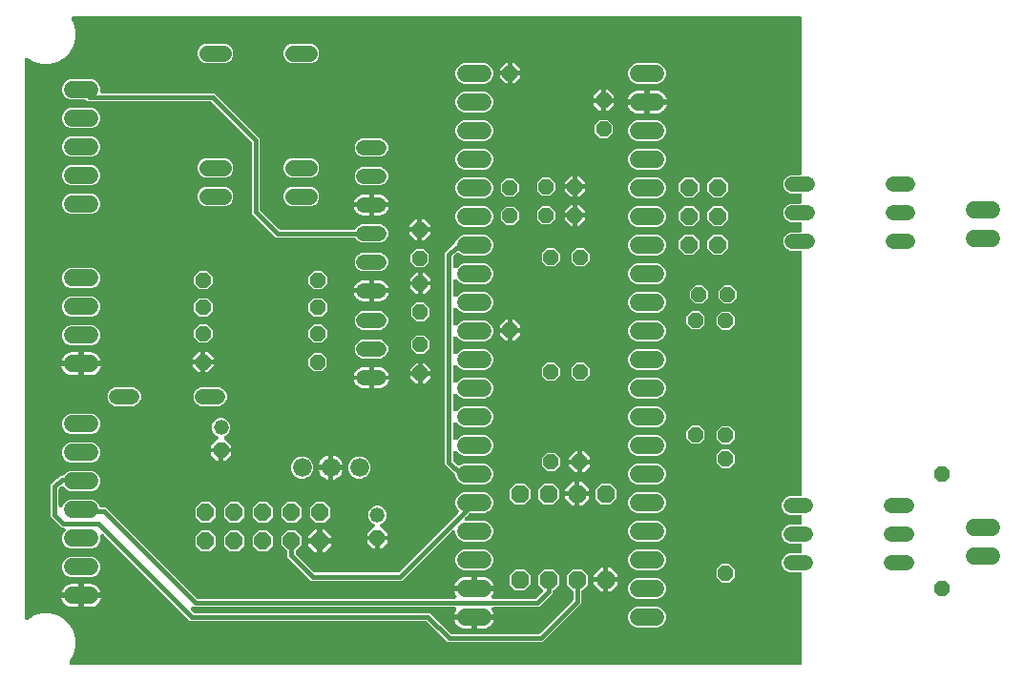
<source format=gbr>
G04 EAGLE Gerber RS-274X export*
G75*
%MOMM*%
%FSLAX34Y34*%
%LPD*%
%INBottom Copper*%
%IPPOS*%
%AMOC8*
5,1,8,0,0,1.08239X$1,22.5*%
G01*
%ADD10C,1.524000*%
%ADD11C,1.320800*%
%ADD12P,1.429621X8X112.500000*%
%ADD13P,1.429621X8X292.500000*%
%ADD14C,1.422400*%
%ADD15P,1.732040X8X202.500000*%
%ADD16P,1.429621X8X22.500000*%
%ADD17C,1.676400*%
%ADD18C,1.320800*%
%ADD19P,1.649562X8X292.500000*%
%ADD20P,1.649562X8X202.500000*%
%ADD21C,0.406400*%

G36*
X698518Y10671D02*
X698518Y10671D01*
X698536Y10669D01*
X698718Y10690D01*
X698901Y10709D01*
X698918Y10714D01*
X698935Y10716D01*
X699110Y10773D01*
X699286Y10827D01*
X699301Y10835D01*
X699318Y10841D01*
X699478Y10931D01*
X699640Y11019D01*
X699653Y11030D01*
X699669Y11039D01*
X699808Y11159D01*
X699949Y11276D01*
X699960Y11290D01*
X699974Y11302D01*
X700086Y11447D01*
X700201Y11590D01*
X700209Y11606D01*
X700220Y11620D01*
X700302Y11785D01*
X700387Y11947D01*
X700392Y11964D01*
X700400Y11981D01*
X700447Y12159D01*
X700498Y12334D01*
X700500Y12352D01*
X700504Y12369D01*
X700531Y12700D01*
X700531Y91040D01*
X700529Y91058D01*
X700531Y91076D01*
X700510Y91257D01*
X700491Y91441D01*
X700486Y91458D01*
X700484Y91475D01*
X700427Y91650D01*
X700373Y91826D01*
X700365Y91841D01*
X700359Y91858D01*
X700269Y92018D01*
X700181Y92180D01*
X700170Y92193D01*
X700161Y92209D01*
X700041Y92348D01*
X699924Y92489D01*
X699910Y92500D01*
X699898Y92514D01*
X699753Y92626D01*
X699610Y92741D01*
X699594Y92749D01*
X699580Y92760D01*
X699415Y92842D01*
X699253Y92927D01*
X699236Y92932D01*
X699220Y92940D01*
X699041Y92987D01*
X698866Y93038D01*
X698848Y93040D01*
X698831Y93044D01*
X698500Y93071D01*
X689075Y93071D01*
X686087Y94309D01*
X683801Y96595D01*
X682563Y99583D01*
X682563Y102817D01*
X683801Y105805D01*
X686087Y108091D01*
X689075Y109329D01*
X698500Y109329D01*
X698518Y109331D01*
X698536Y109329D01*
X698718Y109350D01*
X698901Y109369D01*
X698918Y109374D01*
X698935Y109376D01*
X699110Y109433D01*
X699286Y109487D01*
X699301Y109495D01*
X699318Y109501D01*
X699478Y109591D01*
X699640Y109679D01*
X699653Y109690D01*
X699669Y109699D01*
X699808Y109819D01*
X699949Y109936D01*
X699960Y109950D01*
X699974Y109962D01*
X700086Y110107D01*
X700201Y110250D01*
X700209Y110266D01*
X700220Y110280D01*
X700302Y110445D01*
X700387Y110607D01*
X700392Y110624D01*
X700400Y110640D01*
X700447Y110819D01*
X700498Y110994D01*
X700500Y111012D01*
X700504Y111029D01*
X700531Y111360D01*
X700531Y116440D01*
X700529Y116458D01*
X700531Y116476D01*
X700510Y116657D01*
X700491Y116841D01*
X700486Y116858D01*
X700484Y116875D01*
X700427Y117050D01*
X700373Y117226D01*
X700365Y117241D01*
X700359Y117258D01*
X700269Y117418D01*
X700181Y117580D01*
X700170Y117593D01*
X700161Y117609D01*
X700041Y117748D01*
X699924Y117889D01*
X699910Y117900D01*
X699898Y117914D01*
X699753Y118026D01*
X699610Y118141D01*
X699594Y118149D01*
X699580Y118160D01*
X699415Y118242D01*
X699253Y118327D01*
X699236Y118332D01*
X699220Y118340D01*
X699041Y118387D01*
X698866Y118438D01*
X698848Y118440D01*
X698831Y118444D01*
X698500Y118471D01*
X689075Y118471D01*
X686087Y119709D01*
X683801Y121995D01*
X682563Y124983D01*
X682563Y128217D01*
X683801Y131205D01*
X686087Y133491D01*
X689075Y134729D01*
X698500Y134729D01*
X698518Y134731D01*
X698536Y134729D01*
X698718Y134750D01*
X698901Y134769D01*
X698918Y134774D01*
X698935Y134776D01*
X699110Y134833D01*
X699286Y134887D01*
X699301Y134895D01*
X699318Y134901D01*
X699478Y134991D01*
X699640Y135079D01*
X699653Y135090D01*
X699669Y135099D01*
X699808Y135219D01*
X699949Y135336D01*
X699960Y135350D01*
X699974Y135362D01*
X700086Y135507D01*
X700201Y135650D01*
X700209Y135666D01*
X700220Y135680D01*
X700302Y135845D01*
X700387Y136007D01*
X700392Y136024D01*
X700400Y136040D01*
X700447Y136219D01*
X700498Y136394D01*
X700500Y136412D01*
X700504Y136429D01*
X700531Y136760D01*
X700531Y141840D01*
X700529Y141858D01*
X700531Y141876D01*
X700510Y142057D01*
X700491Y142241D01*
X700486Y142258D01*
X700484Y142275D01*
X700427Y142450D01*
X700373Y142626D01*
X700365Y142641D01*
X700359Y142658D01*
X700269Y142818D01*
X700181Y142980D01*
X700170Y142993D01*
X700161Y143009D01*
X700041Y143148D01*
X699924Y143289D01*
X699910Y143300D01*
X699898Y143314D01*
X699753Y143426D01*
X699610Y143541D01*
X699594Y143549D01*
X699580Y143560D01*
X699415Y143642D01*
X699253Y143727D01*
X699236Y143732D01*
X699220Y143740D01*
X699041Y143787D01*
X698866Y143838D01*
X698848Y143840D01*
X698831Y143844D01*
X698500Y143871D01*
X689075Y143871D01*
X686087Y145109D01*
X683801Y147395D01*
X682563Y150383D01*
X682563Y153617D01*
X683801Y156605D01*
X686087Y158891D01*
X689075Y160129D01*
X698500Y160129D01*
X698518Y160131D01*
X698536Y160129D01*
X698718Y160150D01*
X698901Y160169D01*
X698918Y160174D01*
X698935Y160176D01*
X699110Y160233D01*
X699286Y160287D01*
X699301Y160295D01*
X699318Y160301D01*
X699478Y160391D01*
X699640Y160479D01*
X699653Y160490D01*
X699669Y160499D01*
X699808Y160619D01*
X699949Y160736D01*
X699960Y160750D01*
X699974Y160762D01*
X700086Y160907D01*
X700201Y161050D01*
X700209Y161066D01*
X700220Y161080D01*
X700302Y161245D01*
X700387Y161407D01*
X700392Y161424D01*
X700400Y161440D01*
X700447Y161619D01*
X700498Y161794D01*
X700500Y161812D01*
X700504Y161829D01*
X700531Y162160D01*
X700531Y376240D01*
X700529Y376258D01*
X700531Y376276D01*
X700510Y376458D01*
X700491Y376641D01*
X700486Y376658D01*
X700484Y376675D01*
X700427Y376850D01*
X700373Y377026D01*
X700365Y377041D01*
X700359Y377058D01*
X700269Y377218D01*
X700181Y377380D01*
X700170Y377393D01*
X700161Y377409D01*
X700041Y377548D01*
X699924Y377689D01*
X699910Y377700D01*
X699898Y377714D01*
X699753Y377826D01*
X699610Y377941D01*
X699594Y377949D01*
X699580Y377960D01*
X699415Y378042D01*
X699253Y378127D01*
X699236Y378132D01*
X699220Y378140D01*
X699041Y378187D01*
X698866Y378238D01*
X698848Y378240D01*
X698831Y378244D01*
X698500Y378271D01*
X690275Y378271D01*
X687287Y379509D01*
X685001Y381795D01*
X683763Y384783D01*
X683763Y388017D01*
X685001Y391005D01*
X687287Y393291D01*
X690275Y394529D01*
X698500Y394529D01*
X698518Y394531D01*
X698536Y394529D01*
X698718Y394550D01*
X698901Y394569D01*
X698918Y394574D01*
X698935Y394576D01*
X699110Y394633D01*
X699286Y394687D01*
X699301Y394695D01*
X699318Y394701D01*
X699478Y394791D01*
X699640Y394879D01*
X699653Y394890D01*
X699669Y394899D01*
X699808Y395019D01*
X699949Y395136D01*
X699960Y395150D01*
X699974Y395162D01*
X700086Y395307D01*
X700201Y395450D01*
X700209Y395466D01*
X700220Y395480D01*
X700302Y395645D01*
X700387Y395807D01*
X700392Y395824D01*
X700400Y395840D01*
X700447Y396019D01*
X700498Y396194D01*
X700500Y396212D01*
X700504Y396229D01*
X700531Y396560D01*
X700531Y401640D01*
X700529Y401658D01*
X700531Y401676D01*
X700510Y401858D01*
X700491Y402041D01*
X700486Y402058D01*
X700484Y402075D01*
X700427Y402250D01*
X700373Y402426D01*
X700365Y402441D01*
X700359Y402458D01*
X700269Y402618D01*
X700181Y402780D01*
X700170Y402793D01*
X700161Y402809D01*
X700041Y402948D01*
X699924Y403089D01*
X699910Y403100D01*
X699898Y403114D01*
X699753Y403226D01*
X699610Y403341D01*
X699594Y403349D01*
X699580Y403360D01*
X699415Y403442D01*
X699253Y403527D01*
X699236Y403532D01*
X699220Y403540D01*
X699041Y403587D01*
X698866Y403638D01*
X698848Y403640D01*
X698831Y403644D01*
X698500Y403671D01*
X690275Y403671D01*
X687287Y404909D01*
X685001Y407195D01*
X683763Y410183D01*
X683763Y413417D01*
X685001Y416405D01*
X687287Y418691D01*
X690275Y419929D01*
X698500Y419929D01*
X698518Y419931D01*
X698536Y419929D01*
X698718Y419950D01*
X698901Y419969D01*
X698918Y419974D01*
X698935Y419976D01*
X699110Y420033D01*
X699286Y420087D01*
X699301Y420095D01*
X699318Y420101D01*
X699478Y420191D01*
X699640Y420279D01*
X699653Y420290D01*
X699669Y420299D01*
X699808Y420419D01*
X699949Y420536D01*
X699960Y420550D01*
X699974Y420562D01*
X700086Y420707D01*
X700201Y420850D01*
X700209Y420866D01*
X700220Y420880D01*
X700302Y421045D01*
X700387Y421207D01*
X700392Y421224D01*
X700400Y421240D01*
X700447Y421419D01*
X700498Y421594D01*
X700500Y421612D01*
X700504Y421629D01*
X700531Y421960D01*
X700531Y427040D01*
X700529Y427058D01*
X700531Y427076D01*
X700510Y427258D01*
X700491Y427441D01*
X700486Y427458D01*
X700484Y427475D01*
X700427Y427650D01*
X700373Y427826D01*
X700365Y427841D01*
X700359Y427858D01*
X700269Y428018D01*
X700181Y428180D01*
X700170Y428193D01*
X700161Y428209D01*
X700041Y428348D01*
X699924Y428489D01*
X699910Y428500D01*
X699898Y428514D01*
X699753Y428626D01*
X699610Y428741D01*
X699594Y428749D01*
X699580Y428760D01*
X699415Y428842D01*
X699253Y428927D01*
X699236Y428932D01*
X699220Y428940D01*
X699041Y428987D01*
X698866Y429038D01*
X698848Y429040D01*
X698831Y429044D01*
X698500Y429071D01*
X690275Y429071D01*
X687287Y430309D01*
X685001Y432595D01*
X683763Y435583D01*
X683763Y438817D01*
X685001Y441805D01*
X687287Y444091D01*
X690275Y445329D01*
X698500Y445329D01*
X698518Y445331D01*
X698536Y445329D01*
X698718Y445350D01*
X698901Y445369D01*
X698918Y445374D01*
X698935Y445376D01*
X699110Y445433D01*
X699286Y445487D01*
X699301Y445495D01*
X699318Y445501D01*
X699478Y445591D01*
X699640Y445679D01*
X699653Y445690D01*
X699669Y445699D01*
X699808Y445819D01*
X699949Y445936D01*
X699960Y445950D01*
X699974Y445962D01*
X700086Y446107D01*
X700201Y446250D01*
X700209Y446266D01*
X700220Y446280D01*
X700302Y446445D01*
X700387Y446607D01*
X700392Y446624D01*
X700400Y446640D01*
X700447Y446819D01*
X700498Y446994D01*
X700500Y447012D01*
X700504Y447029D01*
X700531Y447360D01*
X700531Y584200D01*
X700529Y584218D01*
X700531Y584236D01*
X700510Y584418D01*
X700491Y584601D01*
X700486Y584618D01*
X700484Y584635D01*
X700427Y584810D01*
X700373Y584986D01*
X700365Y585001D01*
X700359Y585018D01*
X700269Y585178D01*
X700181Y585340D01*
X700170Y585353D01*
X700161Y585369D01*
X700041Y585508D01*
X699924Y585649D01*
X699910Y585660D01*
X699898Y585674D01*
X699753Y585786D01*
X699610Y585901D01*
X699594Y585909D01*
X699580Y585920D01*
X699415Y586002D01*
X699253Y586087D01*
X699236Y586092D01*
X699220Y586100D01*
X699041Y586147D01*
X698866Y586198D01*
X698848Y586200D01*
X698831Y586204D01*
X698500Y586231D01*
X54355Y586231D01*
X54209Y586217D01*
X54063Y586210D01*
X54009Y586197D01*
X53954Y586191D01*
X53814Y586148D01*
X53673Y586113D01*
X53622Y586090D01*
X53569Y586073D01*
X53441Y586004D01*
X53309Y585941D01*
X53264Y585908D01*
X53215Y585881D01*
X53103Y585788D01*
X52986Y585701D01*
X52949Y585659D01*
X52906Y585624D01*
X52814Y585510D01*
X52717Y585401D01*
X52689Y585353D01*
X52654Y585310D01*
X52587Y585180D01*
X52512Y585054D01*
X52494Y585002D01*
X52468Y584953D01*
X52428Y584812D01*
X52380Y584674D01*
X52372Y584619D01*
X52357Y584566D01*
X52345Y584420D01*
X52325Y584275D01*
X52328Y584220D01*
X52324Y584164D01*
X52341Y584019D01*
X52350Y583873D01*
X52364Y583820D01*
X52371Y583765D01*
X52416Y583626D01*
X52454Y583484D01*
X52481Y583427D01*
X52496Y583382D01*
X52537Y583309D01*
X52596Y583184D01*
X54378Y580098D01*
X56161Y573444D01*
X56161Y566556D01*
X54378Y559902D01*
X50934Y553937D01*
X46063Y549066D01*
X40098Y545622D01*
X33444Y543839D01*
X26556Y543839D01*
X19902Y545622D01*
X13716Y549194D01*
X13582Y549254D01*
X13453Y549322D01*
X13399Y549337D01*
X13349Y549360D01*
X13206Y549392D01*
X13066Y549433D01*
X13010Y549437D01*
X12956Y549450D01*
X12810Y549454D01*
X12664Y549466D01*
X12609Y549459D01*
X12554Y549461D01*
X12409Y549436D01*
X12265Y549419D01*
X12212Y549402D01*
X12157Y549392D01*
X12021Y549339D01*
X11882Y549294D01*
X11834Y549267D01*
X11782Y549247D01*
X11658Y549168D01*
X11531Y549096D01*
X11489Y549060D01*
X11442Y549030D01*
X11337Y548929D01*
X11227Y548833D01*
X11192Y548789D01*
X11153Y548751D01*
X11069Y548630D01*
X10980Y548515D01*
X10955Y548465D01*
X10923Y548420D01*
X10866Y548285D01*
X10800Y548154D01*
X10786Y548101D01*
X10764Y548050D01*
X10734Y547907D01*
X10696Y547766D01*
X10691Y547703D01*
X10681Y547656D01*
X10680Y547572D01*
X10669Y547435D01*
X10669Y52565D01*
X10683Y52420D01*
X10690Y52274D01*
X10703Y52220D01*
X10709Y52164D01*
X10752Y52025D01*
X10787Y51883D01*
X10810Y51833D01*
X10827Y51780D01*
X10897Y51651D01*
X10959Y51519D01*
X10992Y51474D01*
X11019Y51426D01*
X11112Y51313D01*
X11200Y51196D01*
X11241Y51159D01*
X11276Y51116D01*
X11390Y51025D01*
X11499Y50927D01*
X11547Y50899D01*
X11590Y50864D01*
X11720Y50797D01*
X11846Y50722D01*
X11898Y50704D01*
X11947Y50678D01*
X12088Y50638D01*
X12226Y50590D01*
X12281Y50582D01*
X12334Y50567D01*
X12480Y50555D01*
X12625Y50535D01*
X12680Y50539D01*
X12736Y50534D01*
X12881Y50551D01*
X13027Y50560D01*
X13080Y50575D01*
X13135Y50581D01*
X13274Y50626D01*
X13416Y50664D01*
X13473Y50691D01*
X13518Y50706D01*
X13591Y50747D01*
X13716Y50806D01*
X19902Y54378D01*
X26556Y56161D01*
X33444Y56161D01*
X40098Y54378D01*
X46063Y50934D01*
X50934Y46063D01*
X54378Y40098D01*
X56161Y33444D01*
X56161Y26556D01*
X54378Y19902D01*
X50806Y13716D01*
X50746Y13582D01*
X50678Y13453D01*
X50663Y13399D01*
X50640Y13349D01*
X50608Y13206D01*
X50567Y13066D01*
X50563Y13010D01*
X50550Y12956D01*
X50546Y12810D01*
X50534Y12664D01*
X50541Y12609D01*
X50539Y12554D01*
X50564Y12409D01*
X50581Y12265D01*
X50598Y12212D01*
X50608Y12157D01*
X50661Y12021D01*
X50706Y11882D01*
X50733Y11833D01*
X50753Y11782D01*
X50832Y11659D01*
X50904Y11531D01*
X50940Y11489D01*
X50970Y11442D01*
X51071Y11337D01*
X51167Y11227D01*
X51211Y11192D01*
X51249Y11153D01*
X51370Y11069D01*
X51485Y10980D01*
X51535Y10955D01*
X51580Y10923D01*
X51715Y10866D01*
X51846Y10800D01*
X51899Y10786D01*
X51950Y10764D01*
X52093Y10734D01*
X52234Y10696D01*
X52297Y10691D01*
X52344Y10681D01*
X52428Y10680D01*
X52565Y10669D01*
X698500Y10669D01*
X698518Y10671D01*
G37*
%LPC*%
G36*
X386027Y30818D02*
X386027Y30818D01*
X367872Y48973D01*
X367851Y48990D01*
X367833Y49011D01*
X367696Y49118D01*
X367560Y49228D01*
X367537Y49241D01*
X367515Y49257D01*
X367358Y49335D01*
X367204Y49417D01*
X367179Y49425D01*
X367155Y49437D01*
X366985Y49482D01*
X366819Y49532D01*
X366792Y49534D01*
X366766Y49541D01*
X366435Y49568D01*
X157902Y49568D01*
X81332Y126138D01*
X81325Y126143D01*
X81320Y126150D01*
X81170Y126271D01*
X81021Y126393D01*
X81013Y126397D01*
X81006Y126403D01*
X80835Y126491D01*
X80665Y126581D01*
X80657Y126584D01*
X80649Y126588D01*
X80463Y126641D01*
X80279Y126696D01*
X80270Y126697D01*
X80262Y126699D01*
X80070Y126715D01*
X79878Y126733D01*
X79869Y126732D01*
X79860Y126732D01*
X79671Y126710D01*
X79478Y126689D01*
X79469Y126686D01*
X79461Y126685D01*
X79279Y126626D01*
X79094Y126568D01*
X79086Y126563D01*
X79078Y126561D01*
X78909Y126466D01*
X78742Y126373D01*
X78735Y126367D01*
X78727Y126363D01*
X78581Y126237D01*
X78435Y126112D01*
X78429Y126105D01*
X78422Y126100D01*
X78305Y125948D01*
X78185Y125796D01*
X78181Y125788D01*
X78176Y125781D01*
X78090Y125609D01*
X78003Y125438D01*
X78000Y125429D01*
X77996Y125421D01*
X77946Y125234D01*
X77895Y125050D01*
X77894Y125041D01*
X77892Y125032D01*
X77865Y124701D01*
X77865Y121056D01*
X76473Y117695D01*
X73900Y115122D01*
X70539Y113730D01*
X51661Y113730D01*
X48300Y115122D01*
X45727Y117695D01*
X44335Y121056D01*
X44335Y124694D01*
X45727Y128055D01*
X46583Y128911D01*
X46589Y128918D01*
X46596Y128923D01*
X46716Y129073D01*
X46838Y129222D01*
X46842Y129230D01*
X46848Y129237D01*
X46936Y129407D01*
X47027Y129578D01*
X47029Y129587D01*
X47033Y129594D01*
X47086Y129779D01*
X47142Y129964D01*
X47142Y129973D01*
X47145Y129981D01*
X47161Y130172D01*
X47178Y130365D01*
X47177Y130374D01*
X47178Y130383D01*
X47156Y130572D01*
X47135Y130765D01*
X47132Y130774D01*
X47131Y130782D01*
X47071Y130964D01*
X47013Y131149D01*
X47009Y131157D01*
X47006Y131165D01*
X46912Y131332D01*
X46818Y131501D01*
X46812Y131508D01*
X46808Y131516D01*
X46683Y131661D01*
X46558Y131808D01*
X46551Y131814D01*
X46545Y131821D01*
X46393Y131938D01*
X46242Y132058D01*
X46234Y132062D01*
X46227Y132067D01*
X46055Y132153D01*
X45883Y132240D01*
X45874Y132243D01*
X45866Y132247D01*
X45681Y132296D01*
X45495Y132348D01*
X45486Y132349D01*
X45478Y132351D01*
X45147Y132378D01*
X43842Y132378D01*
X33943Y142277D01*
X33943Y170223D01*
X36621Y172901D01*
X36622Y172902D01*
X39686Y175966D01*
X42364Y178644D01*
X44675Y178644D01*
X44702Y178647D01*
X44729Y178645D01*
X44902Y178667D01*
X45076Y178684D01*
X45101Y178692D01*
X45128Y178695D01*
X45294Y178751D01*
X45461Y178802D01*
X45484Y178815D01*
X45510Y178824D01*
X45661Y178911D01*
X45815Y178994D01*
X45835Y179011D01*
X45859Y179024D01*
X46112Y179239D01*
X48300Y181428D01*
X51661Y182820D01*
X70539Y182820D01*
X73900Y181428D01*
X76473Y178855D01*
X77865Y175494D01*
X77865Y171856D01*
X76473Y168495D01*
X73900Y165922D01*
X70539Y164530D01*
X51661Y164530D01*
X48300Y165922D01*
X45452Y168771D01*
X45435Y168791D01*
X45424Y168800D01*
X45414Y168812D01*
X45268Y168927D01*
X45123Y169045D01*
X45110Y169052D01*
X45098Y169061D01*
X44932Y169146D01*
X44767Y169233D01*
X44752Y169237D01*
X44739Y169244D01*
X44559Y169294D01*
X44381Y169346D01*
X44366Y169348D01*
X44351Y169352D01*
X44165Y169365D01*
X43979Y169381D01*
X43965Y169380D01*
X43950Y169381D01*
X43765Y169358D01*
X43579Y169337D01*
X43565Y169332D01*
X43550Y169331D01*
X43373Y169271D01*
X43196Y169214D01*
X43183Y169207D01*
X43169Y169202D01*
X43007Y169109D01*
X42844Y169019D01*
X42833Y169009D01*
X42820Y169001D01*
X42567Y168787D01*
X41652Y167872D01*
X41635Y167851D01*
X41614Y167834D01*
X41507Y167696D01*
X41397Y167560D01*
X41384Y167537D01*
X41368Y167515D01*
X41290Y167358D01*
X41208Y167204D01*
X41200Y167179D01*
X41188Y167155D01*
X41143Y166985D01*
X41093Y166819D01*
X41091Y166792D01*
X41084Y166766D01*
X41057Y166435D01*
X41057Y152391D01*
X41057Y152386D01*
X41057Y152382D01*
X41077Y152188D01*
X41097Y151990D01*
X41098Y151986D01*
X41098Y151981D01*
X41157Y151793D01*
X41215Y151605D01*
X41217Y151601D01*
X41218Y151597D01*
X41314Y151422D01*
X41407Y151251D01*
X41409Y151248D01*
X41412Y151244D01*
X41540Y151091D01*
X41664Y150942D01*
X41668Y150939D01*
X41671Y150936D01*
X41827Y150811D01*
X41978Y150690D01*
X41982Y150688D01*
X41985Y150685D01*
X42166Y150592D01*
X42335Y150504D01*
X42340Y150503D01*
X42344Y150501D01*
X42534Y150447D01*
X42722Y150393D01*
X42727Y150392D01*
X42731Y150391D01*
X42924Y150376D01*
X43124Y150360D01*
X43128Y150360D01*
X43132Y150360D01*
X43326Y150383D01*
X43523Y150407D01*
X43528Y150408D01*
X43532Y150409D01*
X43717Y150470D01*
X43906Y150531D01*
X43910Y150534D01*
X43914Y150535D01*
X44083Y150631D01*
X44257Y150729D01*
X44260Y150732D01*
X44264Y150735D01*
X44409Y150861D01*
X44561Y150993D01*
X44564Y150996D01*
X44568Y150999D01*
X44688Y151155D01*
X44808Y151311D01*
X44810Y151315D01*
X44813Y151318D01*
X44965Y151613D01*
X45727Y153455D01*
X48300Y156028D01*
X51661Y157420D01*
X70539Y157420D01*
X73900Y156028D01*
X76473Y153455D01*
X77205Y151686D01*
X77216Y151666D01*
X77223Y151645D01*
X77311Y151489D01*
X77396Y151331D01*
X77410Y151314D01*
X77421Y151294D01*
X77538Y151159D01*
X77652Y151020D01*
X77669Y151006D01*
X77684Y150989D01*
X77825Y150880D01*
X77965Y150767D01*
X77984Y150756D01*
X78002Y150743D01*
X78163Y150663D01*
X78321Y150580D01*
X78342Y150573D01*
X78363Y150563D01*
X78536Y150517D01*
X78708Y150467D01*
X78730Y150465D01*
X78751Y150459D01*
X79082Y150432D01*
X82723Y150432D01*
X163378Y69777D01*
X163399Y69760D01*
X163417Y69739D01*
X163554Y69632D01*
X163690Y69522D01*
X163713Y69509D01*
X163735Y69493D01*
X163892Y69415D01*
X164046Y69333D01*
X164071Y69325D01*
X164095Y69313D01*
X164265Y69268D01*
X164431Y69218D01*
X164458Y69216D01*
X164484Y69209D01*
X164815Y69182D01*
X392132Y69182D01*
X392182Y69187D01*
X392234Y69184D01*
X392382Y69207D01*
X392532Y69222D01*
X392581Y69237D01*
X392632Y69244D01*
X392773Y69296D01*
X392917Y69340D01*
X392962Y69364D01*
X393010Y69382D01*
X393139Y69460D01*
X393271Y69532D01*
X393310Y69564D01*
X393354Y69591D01*
X393465Y69693D01*
X393580Y69789D01*
X393612Y69829D01*
X393650Y69864D01*
X393738Y69986D01*
X393833Y70103D01*
X393856Y70148D01*
X393886Y70190D01*
X393949Y70327D01*
X394018Y70460D01*
X394032Y70509D01*
X394054Y70556D01*
X394088Y70703D01*
X394130Y70847D01*
X394134Y70898D01*
X394145Y70948D01*
X394150Y71099D01*
X394163Y71249D01*
X394157Y71299D01*
X394158Y71350D01*
X394133Y71499D01*
X394116Y71648D01*
X394100Y71697D01*
X394091Y71747D01*
X394037Y71888D01*
X393991Y72031D01*
X393966Y72076D01*
X393947Y72123D01*
X393827Y72321D01*
X393793Y72382D01*
X393784Y72392D01*
X393775Y72407D01*
X393290Y73075D01*
X392564Y74500D01*
X392121Y75861D01*
X409092Y75861D01*
X409110Y75862D01*
X409127Y75861D01*
X409310Y75882D01*
X409492Y75901D01*
X409509Y75906D01*
X409527Y75908D01*
X409605Y75933D01*
X409742Y75894D01*
X409760Y75892D01*
X409777Y75888D01*
X410108Y75861D01*
X427079Y75861D01*
X426636Y74500D01*
X425910Y73075D01*
X425425Y72407D01*
X425399Y72363D01*
X425367Y72323D01*
X425298Y72189D01*
X425222Y72059D01*
X425205Y72011D01*
X425182Y71966D01*
X425140Y71821D01*
X425091Y71679D01*
X425085Y71628D01*
X425070Y71579D01*
X425058Y71429D01*
X425038Y71279D01*
X425042Y71228D01*
X425037Y71177D01*
X425055Y71028D01*
X425065Y70878D01*
X425078Y70828D01*
X425084Y70778D01*
X425131Y70634D01*
X425171Y70489D01*
X425193Y70443D01*
X425209Y70395D01*
X425283Y70264D01*
X425351Y70129D01*
X425382Y70089D01*
X425407Y70044D01*
X425506Y69930D01*
X425598Y69812D01*
X425637Y69778D01*
X425670Y69739D01*
X425789Y69647D01*
X425903Y69549D01*
X425948Y69524D01*
X425988Y69493D01*
X426123Y69426D01*
X426254Y69352D01*
X426303Y69336D01*
X426349Y69313D01*
X426494Y69274D01*
X426638Y69228D01*
X426688Y69222D01*
X426738Y69209D01*
X426968Y69190D01*
X427038Y69182D01*
X427051Y69183D01*
X427068Y69182D01*
X463310Y69182D01*
X463337Y69184D01*
X463364Y69182D01*
X463538Y69204D01*
X463711Y69222D01*
X463736Y69229D01*
X463763Y69233D01*
X463929Y69288D01*
X464096Y69340D01*
X464120Y69353D01*
X464145Y69361D01*
X464296Y69448D01*
X464450Y69532D01*
X464470Y69549D01*
X464494Y69562D01*
X464747Y69777D01*
X470213Y75243D01*
X470224Y75257D01*
X470238Y75268D01*
X470351Y75411D01*
X470468Y75554D01*
X470476Y75570D01*
X470488Y75584D01*
X470571Y75748D01*
X470657Y75910D01*
X470662Y75927D01*
X470670Y75943D01*
X470719Y76121D01*
X470771Y76296D01*
X470773Y76314D01*
X470778Y76331D01*
X470791Y76514D01*
X470808Y76697D01*
X470806Y76715D01*
X470807Y76733D01*
X470784Y76915D01*
X470764Y77097D01*
X470759Y77114D01*
X470757Y77132D01*
X470698Y77306D01*
X470643Y77481D01*
X470634Y77497D01*
X470629Y77514D01*
X470537Y77673D01*
X470448Y77834D01*
X470437Y77847D01*
X470428Y77863D01*
X470213Y78116D01*
X466124Y82204D01*
X466124Y90096D01*
X471704Y95676D01*
X479596Y95676D01*
X485176Y90096D01*
X485176Y82204D01*
X479802Y76830D01*
X479785Y76810D01*
X479764Y76792D01*
X479657Y76654D01*
X479547Y76519D01*
X479534Y76495D01*
X479518Y76474D01*
X479440Y76317D01*
X479358Y76163D01*
X479350Y76138D01*
X479338Y76113D01*
X479293Y75944D01*
X479243Y75777D01*
X479241Y75751D01*
X479234Y75725D01*
X479207Y75394D01*
X479207Y74177D01*
X467098Y62068D01*
X427177Y62068D01*
X427127Y62063D01*
X427075Y62066D01*
X426926Y62043D01*
X426777Y62028D01*
X426728Y62013D01*
X426677Y62006D01*
X426536Y61954D01*
X426392Y61910D01*
X426347Y61886D01*
X426299Y61868D01*
X426170Y61790D01*
X426038Y61718D01*
X425999Y61686D01*
X425955Y61659D01*
X425844Y61557D01*
X425729Y61461D01*
X425697Y61421D01*
X425659Y61386D01*
X425571Y61264D01*
X425476Y61147D01*
X425453Y61102D01*
X425423Y61060D01*
X425360Y60923D01*
X425291Y60790D01*
X425277Y60741D01*
X425255Y60694D01*
X425221Y60547D01*
X425179Y60403D01*
X425175Y60352D01*
X425163Y60302D01*
X425159Y60151D01*
X425146Y60001D01*
X425152Y59951D01*
X425151Y59900D01*
X425176Y59751D01*
X425193Y59602D01*
X425209Y59553D01*
X425218Y59503D01*
X425271Y59362D01*
X425318Y59219D01*
X425343Y59174D01*
X425362Y59126D01*
X425482Y58929D01*
X425516Y58868D01*
X425525Y58858D01*
X425534Y58843D01*
X425910Y58325D01*
X426636Y56900D01*
X427079Y55539D01*
X410108Y55539D01*
X410090Y55537D01*
X410073Y55539D01*
X409890Y55518D01*
X409708Y55499D01*
X409691Y55494D01*
X409673Y55492D01*
X409595Y55467D01*
X409458Y55506D01*
X409440Y55508D01*
X409423Y55512D01*
X409092Y55539D01*
X392121Y55539D01*
X392564Y56900D01*
X393290Y58325D01*
X393666Y58843D01*
X393692Y58887D01*
X393724Y58927D01*
X393793Y59061D01*
X393869Y59191D01*
X393886Y59239D01*
X393909Y59284D01*
X393951Y59429D01*
X394000Y59571D01*
X394006Y59622D01*
X394021Y59671D01*
X394033Y59822D01*
X394053Y59971D01*
X394049Y60022D01*
X394054Y60073D01*
X394036Y60222D01*
X394026Y60372D01*
X394013Y60422D01*
X394007Y60472D01*
X393960Y60616D01*
X393921Y60761D01*
X393898Y60806D01*
X393882Y60855D01*
X393808Y60987D01*
X393740Y61121D01*
X393709Y61161D01*
X393684Y61206D01*
X393585Y61320D01*
X393493Y61438D01*
X393454Y61472D01*
X393421Y61511D01*
X393302Y61603D01*
X393188Y61701D01*
X393143Y61726D01*
X393103Y61757D01*
X392968Y61824D01*
X392837Y61898D01*
X392788Y61914D01*
X392742Y61937D01*
X392596Y61976D01*
X392454Y62022D01*
X392403Y62028D01*
X392353Y62041D01*
X392123Y62060D01*
X392054Y62068D01*
X392040Y62067D01*
X392023Y62068D01*
X160366Y62068D01*
X160357Y62067D01*
X160348Y62068D01*
X160156Y62047D01*
X159965Y62028D01*
X159956Y62026D01*
X159948Y62025D01*
X159765Y61967D01*
X159580Y61910D01*
X159572Y61906D01*
X159564Y61903D01*
X159395Y61810D01*
X159226Y61718D01*
X159219Y61713D01*
X159211Y61708D01*
X159064Y61583D01*
X158917Y61461D01*
X158911Y61454D01*
X158904Y61448D01*
X158785Y61297D01*
X158664Y61147D01*
X158660Y61139D01*
X158655Y61132D01*
X158567Y60960D01*
X158479Y60790D01*
X158476Y60781D01*
X158472Y60773D01*
X158420Y60586D01*
X158368Y60403D01*
X158367Y60394D01*
X158364Y60385D01*
X158350Y60193D01*
X158335Y60001D01*
X158336Y59993D01*
X158335Y59984D01*
X158359Y59791D01*
X158382Y59602D01*
X158384Y59593D01*
X158385Y59584D01*
X158447Y59401D01*
X158506Y59219D01*
X158511Y59211D01*
X158514Y59203D01*
X158609Y59037D01*
X158704Y58868D01*
X158710Y58861D01*
X158715Y58854D01*
X158929Y58601D01*
X160253Y57277D01*
X160274Y57260D01*
X160292Y57239D01*
X160430Y57132D01*
X160565Y57022D01*
X160589Y57009D01*
X160610Y56993D01*
X160766Y56915D01*
X160921Y56833D01*
X160946Y56825D01*
X160970Y56813D01*
X161139Y56768D01*
X161306Y56718D01*
X161333Y56716D01*
X161359Y56709D01*
X161690Y56682D01*
X370223Y56682D01*
X388378Y38527D01*
X388399Y38510D01*
X388417Y38489D01*
X388554Y38382D01*
X388690Y38272D01*
X388713Y38259D01*
X388735Y38243D01*
X388892Y38165D01*
X389046Y38083D01*
X389071Y38075D01*
X389095Y38063D01*
X389265Y38018D01*
X389431Y37968D01*
X389458Y37966D01*
X389484Y37959D01*
X389815Y37932D01*
X466435Y37932D01*
X466462Y37934D01*
X466489Y37932D01*
X466663Y37954D01*
X466836Y37972D01*
X466861Y37979D01*
X466888Y37983D01*
X467054Y38038D01*
X467221Y38090D01*
X467244Y38103D01*
X467270Y38111D01*
X467421Y38198D01*
X467575Y38282D01*
X467595Y38299D01*
X467619Y38312D01*
X467872Y38527D01*
X496898Y67553D01*
X496915Y67574D01*
X496936Y67592D01*
X497043Y67729D01*
X497153Y67865D01*
X497166Y67888D01*
X497182Y67910D01*
X497260Y68067D01*
X497342Y68221D01*
X497350Y68246D01*
X497362Y68270D01*
X497407Y68440D01*
X497457Y68606D01*
X497459Y68633D01*
X497466Y68659D01*
X497493Y68990D01*
X497493Y75394D01*
X497491Y75421D01*
X497493Y75447D01*
X497471Y75621D01*
X497453Y75795D01*
X497446Y75820D01*
X497442Y75847D01*
X497386Y76013D01*
X497335Y76180D01*
X497322Y76203D01*
X497314Y76228D01*
X497227Y76380D01*
X497143Y76534D01*
X497126Y76554D01*
X497113Y76577D01*
X496898Y76830D01*
X491524Y82204D01*
X491524Y90096D01*
X497104Y95676D01*
X504996Y95676D01*
X510576Y90096D01*
X510576Y82204D01*
X505202Y76830D01*
X505185Y76810D01*
X505164Y76792D01*
X505057Y76654D01*
X504947Y76519D01*
X504934Y76495D01*
X504918Y76474D01*
X504840Y76317D01*
X504758Y76163D01*
X504750Y76138D01*
X504738Y76113D01*
X504693Y75944D01*
X504643Y75777D01*
X504641Y75751D01*
X504634Y75725D01*
X504607Y75394D01*
X504607Y65202D01*
X470223Y30818D01*
X386027Y30818D01*
G37*
%LPD*%
%LPC*%
G36*
X400161Y170855D02*
X400161Y170855D01*
X396800Y172247D01*
X394227Y174820D01*
X392835Y178181D01*
X392835Y179143D01*
X392833Y179170D01*
X392835Y179197D01*
X392813Y179371D01*
X392795Y179544D01*
X392788Y179570D01*
X392784Y179596D01*
X392728Y179762D01*
X392677Y179929D01*
X392664Y179953D01*
X392656Y179978D01*
X392569Y180129D01*
X392485Y180283D01*
X392468Y180303D01*
X392455Y180327D01*
X392240Y180580D01*
X383793Y189027D01*
X383793Y376123D01*
X386472Y378802D01*
X392653Y384983D01*
X392673Y385007D01*
X392696Y385028D01*
X392800Y385163D01*
X392908Y385294D01*
X392923Y385322D01*
X392942Y385347D01*
X393093Y385642D01*
X394227Y388380D01*
X396800Y390953D01*
X400161Y392345D01*
X419039Y392345D01*
X422400Y390953D01*
X424973Y388380D01*
X426365Y385019D01*
X426365Y381381D01*
X424973Y378020D01*
X422400Y375447D01*
X419039Y374055D01*
X400161Y374055D01*
X396800Y375447D01*
X396425Y375822D01*
X396411Y375834D01*
X396400Y375847D01*
X396255Y375961D01*
X396113Y376077D01*
X396098Y376086D01*
X396084Y376097D01*
X395920Y376180D01*
X395758Y376266D01*
X395741Y376271D01*
X395725Y376279D01*
X395547Y376329D01*
X395372Y376381D01*
X395354Y376382D01*
X395337Y376387D01*
X395154Y376401D01*
X394971Y376417D01*
X394953Y376415D01*
X394935Y376417D01*
X394753Y376394D01*
X394571Y376374D01*
X394554Y376368D01*
X394536Y376366D01*
X394362Y376308D01*
X394187Y376252D01*
X394171Y376244D01*
X394154Y376238D01*
X393995Y376146D01*
X393834Y376058D01*
X393821Y376046D01*
X393805Y376037D01*
X393552Y375822D01*
X391502Y373772D01*
X391485Y373751D01*
X391464Y373733D01*
X391358Y373596D01*
X391247Y373460D01*
X391234Y373436D01*
X391218Y373415D01*
X391140Y373259D01*
X391058Y373104D01*
X391050Y373079D01*
X391038Y373055D01*
X390993Y372886D01*
X390943Y372719D01*
X390941Y372692D01*
X390934Y372666D01*
X390907Y372335D01*
X390907Y364563D01*
X390908Y364554D01*
X390907Y364545D01*
X390928Y364354D01*
X390947Y364163D01*
X390949Y364154D01*
X390950Y364145D01*
X391008Y363963D01*
X391065Y363778D01*
X391069Y363770D01*
X391072Y363761D01*
X391165Y363593D01*
X391257Y363424D01*
X391262Y363417D01*
X391267Y363409D01*
X391391Y363262D01*
X391514Y363114D01*
X391521Y363109D01*
X391527Y363102D01*
X391678Y362983D01*
X391828Y362862D01*
X391836Y362858D01*
X391843Y362852D01*
X392016Y362765D01*
X392185Y362677D01*
X392194Y362674D01*
X392202Y362670D01*
X392388Y362618D01*
X392572Y362565D01*
X392581Y362564D01*
X392590Y362562D01*
X392783Y362548D01*
X392974Y362532D01*
X392982Y362533D01*
X392991Y362533D01*
X393184Y362557D01*
X393373Y362579D01*
X393382Y362582D01*
X393391Y362583D01*
X393574Y362644D01*
X393756Y362704D01*
X393764Y362708D01*
X393772Y362711D01*
X393938Y362807D01*
X394107Y362902D01*
X394114Y362908D01*
X394121Y362912D01*
X394374Y363127D01*
X396800Y365553D01*
X398594Y366296D01*
X400161Y366945D01*
X419039Y366945D01*
X422400Y365553D01*
X424973Y362980D01*
X426365Y359619D01*
X426365Y355981D01*
X424973Y352620D01*
X422400Y350047D01*
X421632Y349730D01*
X421632Y349729D01*
X419039Y348655D01*
X400161Y348655D01*
X396800Y350047D01*
X394374Y352473D01*
X394367Y352479D01*
X394362Y352486D01*
X394212Y352606D01*
X394063Y352728D01*
X394055Y352732D01*
X394048Y352738D01*
X393878Y352826D01*
X393707Y352917D01*
X393698Y352919D01*
X393691Y352923D01*
X393506Y352976D01*
X393321Y353032D01*
X393312Y353032D01*
X393304Y353035D01*
X393113Y353051D01*
X392920Y353068D01*
X392911Y353067D01*
X392902Y353068D01*
X392713Y353046D01*
X392520Y353025D01*
X392511Y353022D01*
X392503Y353021D01*
X392321Y352961D01*
X392136Y352903D01*
X392128Y352899D01*
X392120Y352896D01*
X391951Y352801D01*
X391784Y352708D01*
X391777Y352703D01*
X391769Y352698D01*
X391623Y352572D01*
X391477Y352448D01*
X391471Y352441D01*
X391464Y352435D01*
X391347Y352284D01*
X391227Y352132D01*
X391223Y352124D01*
X391218Y352117D01*
X391132Y351945D01*
X391045Y351773D01*
X391042Y351764D01*
X391038Y351756D01*
X390988Y351570D01*
X390937Y351385D01*
X390936Y351376D01*
X390934Y351368D01*
X390907Y351037D01*
X390907Y339163D01*
X390908Y339154D01*
X390907Y339145D01*
X390928Y338954D01*
X390947Y338763D01*
X390949Y338754D01*
X390950Y338745D01*
X391008Y338562D01*
X391065Y338378D01*
X391069Y338370D01*
X391072Y338361D01*
X391166Y338191D01*
X391257Y338024D01*
X391262Y338017D01*
X391267Y338009D01*
X391391Y337862D01*
X391514Y337714D01*
X391521Y337709D01*
X391527Y337702D01*
X391678Y337583D01*
X391828Y337462D01*
X391836Y337458D01*
X391843Y337452D01*
X392016Y337365D01*
X392185Y337277D01*
X392194Y337274D01*
X392202Y337270D01*
X392388Y337218D01*
X392572Y337165D01*
X392581Y337164D01*
X392590Y337162D01*
X392783Y337148D01*
X392974Y337132D01*
X392982Y337133D01*
X392991Y337133D01*
X393184Y337157D01*
X393373Y337179D01*
X393382Y337182D01*
X393391Y337183D01*
X393574Y337244D01*
X393756Y337304D01*
X393764Y337308D01*
X393772Y337311D01*
X393938Y337407D01*
X394107Y337502D01*
X394114Y337508D01*
X394121Y337512D01*
X394374Y337727D01*
X396800Y340153D01*
X400161Y341545D01*
X419039Y341545D01*
X422400Y340153D01*
X424973Y337580D01*
X426365Y334219D01*
X426365Y330581D01*
X424973Y327220D01*
X422400Y324647D01*
X419203Y323323D01*
X419039Y323255D01*
X400161Y323255D01*
X396800Y324647D01*
X394374Y327073D01*
X394367Y327079D01*
X394362Y327086D01*
X394212Y327206D01*
X394063Y327328D01*
X394055Y327332D01*
X394048Y327338D01*
X393878Y327426D01*
X393707Y327517D01*
X393698Y327519D01*
X393691Y327523D01*
X393506Y327576D01*
X393321Y327632D01*
X393312Y327632D01*
X393304Y327635D01*
X393113Y327651D01*
X392920Y327668D01*
X392911Y327667D01*
X392902Y327668D01*
X392713Y327646D01*
X392520Y327625D01*
X392511Y327622D01*
X392503Y327621D01*
X392321Y327561D01*
X392136Y327503D01*
X392128Y327499D01*
X392120Y327496D01*
X391951Y327401D01*
X391784Y327308D01*
X391777Y327303D01*
X391769Y327298D01*
X391623Y327172D01*
X391477Y327048D01*
X391471Y327041D01*
X391464Y327035D01*
X391347Y326884D01*
X391227Y326732D01*
X391223Y326724D01*
X391218Y326717D01*
X391132Y326545D01*
X391045Y326373D01*
X391042Y326364D01*
X391038Y326356D01*
X390988Y326170D01*
X390937Y325985D01*
X390936Y325976D01*
X390934Y325968D01*
X390907Y325637D01*
X390907Y313763D01*
X390908Y313754D01*
X390907Y313745D01*
X390928Y313554D01*
X390947Y313363D01*
X390949Y313354D01*
X390950Y313345D01*
X391008Y313163D01*
X391065Y312978D01*
X391069Y312970D01*
X391072Y312961D01*
X391165Y312793D01*
X391257Y312624D01*
X391262Y312617D01*
X391267Y312609D01*
X391391Y312462D01*
X391514Y312314D01*
X391521Y312309D01*
X391527Y312302D01*
X391678Y312183D01*
X391828Y312062D01*
X391836Y312058D01*
X391843Y312052D01*
X392016Y311965D01*
X392185Y311877D01*
X392194Y311874D01*
X392202Y311870D01*
X392388Y311818D01*
X392572Y311765D01*
X392581Y311764D01*
X392590Y311762D01*
X392783Y311748D01*
X392974Y311732D01*
X392982Y311733D01*
X392991Y311733D01*
X393184Y311757D01*
X393373Y311779D01*
X393382Y311782D01*
X393391Y311783D01*
X393574Y311844D01*
X393756Y311904D01*
X393764Y311908D01*
X393772Y311911D01*
X393937Y312006D01*
X394107Y312102D01*
X394114Y312108D01*
X394121Y312112D01*
X394374Y312327D01*
X396800Y314753D01*
X400161Y316145D01*
X419039Y316145D01*
X422400Y314753D01*
X424973Y312180D01*
X426365Y308819D01*
X426365Y305181D01*
X424973Y301820D01*
X422400Y299247D01*
X419039Y297855D01*
X400161Y297855D01*
X396800Y299247D01*
X394374Y301673D01*
X394367Y301679D01*
X394362Y301686D01*
X394212Y301806D01*
X394063Y301928D01*
X394055Y301932D01*
X394048Y301938D01*
X393878Y302026D01*
X393707Y302117D01*
X393698Y302119D01*
X393691Y302123D01*
X393506Y302176D01*
X393321Y302232D01*
X393312Y302232D01*
X393304Y302235D01*
X393113Y302251D01*
X392920Y302268D01*
X392911Y302267D01*
X392902Y302268D01*
X392713Y302246D01*
X392520Y302225D01*
X392511Y302222D01*
X392503Y302221D01*
X392321Y302161D01*
X392136Y302103D01*
X392128Y302099D01*
X392120Y302096D01*
X391951Y302001D01*
X391784Y301908D01*
X391777Y301903D01*
X391769Y301898D01*
X391623Y301772D01*
X391477Y301648D01*
X391471Y301641D01*
X391464Y301635D01*
X391347Y301484D01*
X391227Y301332D01*
X391223Y301324D01*
X391218Y301317D01*
X391132Y301145D01*
X391045Y300973D01*
X391042Y300964D01*
X391038Y300956D01*
X390988Y300770D01*
X390937Y300585D01*
X390936Y300576D01*
X390934Y300568D01*
X390907Y300237D01*
X390907Y288363D01*
X390908Y288354D01*
X390907Y288345D01*
X390928Y288153D01*
X390947Y287963D01*
X390949Y287954D01*
X390950Y287945D01*
X391008Y287763D01*
X391065Y287578D01*
X391069Y287570D01*
X391072Y287561D01*
X391165Y287393D01*
X391257Y287224D01*
X391262Y287217D01*
X391267Y287209D01*
X391391Y287062D01*
X391514Y286914D01*
X391521Y286909D01*
X391527Y286902D01*
X391678Y286783D01*
X391828Y286662D01*
X391836Y286658D01*
X391843Y286652D01*
X392016Y286565D01*
X392185Y286477D01*
X392194Y286474D01*
X392202Y286470D01*
X392388Y286418D01*
X392572Y286365D01*
X392581Y286364D01*
X392590Y286362D01*
X392783Y286348D01*
X392974Y286332D01*
X392982Y286333D01*
X392991Y286333D01*
X393184Y286357D01*
X393373Y286379D01*
X393382Y286382D01*
X393391Y286383D01*
X393574Y286444D01*
X393756Y286504D01*
X393764Y286508D01*
X393772Y286511D01*
X393937Y286606D01*
X394107Y286702D01*
X394114Y286708D01*
X394121Y286712D01*
X394374Y286927D01*
X396800Y289353D01*
X400161Y290745D01*
X419039Y290745D01*
X422400Y289353D01*
X424973Y286780D01*
X426365Y283419D01*
X426365Y279781D01*
X424973Y276420D01*
X422400Y273847D01*
X419039Y272455D01*
X400161Y272455D01*
X396800Y273847D01*
X394374Y276273D01*
X394367Y276279D01*
X394362Y276286D01*
X394212Y276406D01*
X394063Y276528D01*
X394055Y276532D01*
X394048Y276538D01*
X393878Y276626D01*
X393707Y276717D01*
X393698Y276719D01*
X393691Y276723D01*
X393507Y276776D01*
X393321Y276832D01*
X393312Y276832D01*
X393304Y276835D01*
X393113Y276851D01*
X392920Y276868D01*
X392911Y276867D01*
X392902Y276868D01*
X392713Y276846D01*
X392520Y276825D01*
X392511Y276822D01*
X392503Y276821D01*
X392321Y276761D01*
X392136Y276703D01*
X392128Y276699D01*
X392120Y276696D01*
X391951Y276601D01*
X391784Y276508D01*
X391777Y276503D01*
X391769Y276498D01*
X391623Y276372D01*
X391477Y276248D01*
X391471Y276241D01*
X391464Y276235D01*
X391347Y276084D01*
X391227Y275932D01*
X391223Y275924D01*
X391218Y275917D01*
X391132Y275745D01*
X391045Y275573D01*
X391042Y275564D01*
X391038Y275556D01*
X390988Y275370D01*
X390937Y275185D01*
X390936Y275176D01*
X390934Y275168D01*
X390907Y274837D01*
X390907Y262963D01*
X390908Y262954D01*
X390907Y262945D01*
X390928Y262754D01*
X390947Y262563D01*
X390949Y262554D01*
X390950Y262545D01*
X391008Y262363D01*
X391065Y262178D01*
X391069Y262170D01*
X391072Y262161D01*
X391165Y261993D01*
X391257Y261824D01*
X391262Y261817D01*
X391267Y261809D01*
X391391Y261662D01*
X391514Y261514D01*
X391521Y261509D01*
X391527Y261502D01*
X391678Y261383D01*
X391828Y261262D01*
X391836Y261258D01*
X391843Y261252D01*
X392016Y261165D01*
X392185Y261077D01*
X392194Y261074D01*
X392202Y261070D01*
X392388Y261018D01*
X392572Y260965D01*
X392581Y260964D01*
X392590Y260962D01*
X392783Y260948D01*
X392974Y260932D01*
X392982Y260933D01*
X392991Y260933D01*
X393184Y260957D01*
X393373Y260979D01*
X393382Y260982D01*
X393391Y260983D01*
X393574Y261044D01*
X393756Y261104D01*
X393764Y261108D01*
X393772Y261111D01*
X393938Y261207D01*
X394107Y261302D01*
X394114Y261308D01*
X394121Y261312D01*
X394374Y261527D01*
X396800Y263953D01*
X398684Y264733D01*
X400161Y265345D01*
X419039Y265345D01*
X422400Y263953D01*
X424973Y261380D01*
X426365Y258019D01*
X426365Y254381D01*
X424973Y251020D01*
X422400Y248447D01*
X421723Y248167D01*
X419039Y247055D01*
X400161Y247055D01*
X396800Y248447D01*
X394374Y250873D01*
X394367Y250879D01*
X394362Y250886D01*
X394212Y251006D01*
X394063Y251128D01*
X394055Y251132D01*
X394048Y251138D01*
X393878Y251226D01*
X393707Y251317D01*
X393698Y251319D01*
X393691Y251323D01*
X393506Y251376D01*
X393321Y251432D01*
X393312Y251432D01*
X393304Y251435D01*
X393113Y251451D01*
X392920Y251468D01*
X392911Y251467D01*
X392902Y251468D01*
X392713Y251446D01*
X392520Y251425D01*
X392511Y251422D01*
X392503Y251421D01*
X392321Y251361D01*
X392136Y251303D01*
X392128Y251299D01*
X392120Y251296D01*
X391951Y251201D01*
X391784Y251108D01*
X391777Y251103D01*
X391769Y251098D01*
X391623Y250972D01*
X391477Y250848D01*
X391471Y250841D01*
X391464Y250835D01*
X391347Y250684D01*
X391227Y250532D01*
X391223Y250524D01*
X391218Y250517D01*
X391132Y250345D01*
X391045Y250173D01*
X391042Y250164D01*
X391038Y250156D01*
X390988Y249970D01*
X390937Y249785D01*
X390936Y249776D01*
X390934Y249768D01*
X390907Y249437D01*
X390907Y237563D01*
X390908Y237554D01*
X390907Y237545D01*
X390928Y237354D01*
X390947Y237163D01*
X390949Y237154D01*
X390950Y237145D01*
X391008Y236963D01*
X391065Y236778D01*
X391069Y236770D01*
X391072Y236761D01*
X391165Y236593D01*
X391257Y236424D01*
X391262Y236417D01*
X391267Y236409D01*
X391391Y236262D01*
X391514Y236114D01*
X391521Y236109D01*
X391527Y236102D01*
X391678Y235983D01*
X391828Y235862D01*
X391836Y235858D01*
X391843Y235852D01*
X392016Y235765D01*
X392185Y235677D01*
X392194Y235674D01*
X392202Y235670D01*
X392388Y235618D01*
X392572Y235565D01*
X392581Y235564D01*
X392590Y235562D01*
X392783Y235548D01*
X392974Y235532D01*
X392982Y235533D01*
X392991Y235533D01*
X393184Y235557D01*
X393373Y235579D01*
X393382Y235582D01*
X393391Y235583D01*
X393574Y235644D01*
X393756Y235704D01*
X393764Y235708D01*
X393772Y235711D01*
X393938Y235807D01*
X394107Y235902D01*
X394114Y235908D01*
X394121Y235912D01*
X394374Y236127D01*
X396800Y238553D01*
X400161Y239945D01*
X419039Y239945D01*
X422400Y238553D01*
X424973Y235980D01*
X426365Y232619D01*
X426365Y228981D01*
X424973Y225620D01*
X422400Y223047D01*
X419294Y221761D01*
X419039Y221655D01*
X400161Y221655D01*
X396800Y223047D01*
X394374Y225473D01*
X394367Y225479D01*
X394362Y225486D01*
X394212Y225606D01*
X394063Y225728D01*
X394055Y225732D01*
X394048Y225738D01*
X393878Y225826D01*
X393707Y225917D01*
X393698Y225919D01*
X393691Y225923D01*
X393506Y225976D01*
X393321Y226032D01*
X393312Y226032D01*
X393304Y226035D01*
X393113Y226051D01*
X392920Y226068D01*
X392911Y226067D01*
X392902Y226068D01*
X392713Y226046D01*
X392520Y226025D01*
X392511Y226022D01*
X392503Y226021D01*
X392321Y225961D01*
X392136Y225903D01*
X392128Y225899D01*
X392120Y225896D01*
X391951Y225801D01*
X391784Y225708D01*
X391777Y225703D01*
X391769Y225698D01*
X391623Y225572D01*
X391477Y225448D01*
X391471Y225441D01*
X391464Y225435D01*
X391347Y225284D01*
X391227Y225132D01*
X391223Y225124D01*
X391218Y225117D01*
X391132Y224945D01*
X391045Y224773D01*
X391042Y224764D01*
X391038Y224756D01*
X390988Y224570D01*
X390937Y224385D01*
X390936Y224376D01*
X390934Y224368D01*
X390907Y224037D01*
X390907Y212163D01*
X390908Y212154D01*
X390907Y212145D01*
X390928Y211954D01*
X390947Y211763D01*
X390949Y211754D01*
X390950Y211745D01*
X391008Y211563D01*
X391065Y211378D01*
X391069Y211370D01*
X391072Y211361D01*
X391165Y211193D01*
X391257Y211024D01*
X391262Y211017D01*
X391267Y211009D01*
X391391Y210862D01*
X391514Y210714D01*
X391521Y210709D01*
X391527Y210702D01*
X391678Y210583D01*
X391828Y210462D01*
X391836Y210458D01*
X391843Y210452D01*
X392016Y210365D01*
X392185Y210277D01*
X392194Y210274D01*
X392202Y210270D01*
X392388Y210218D01*
X392572Y210165D01*
X392581Y210164D01*
X392590Y210162D01*
X392783Y210148D01*
X392974Y210132D01*
X392982Y210133D01*
X392991Y210133D01*
X393184Y210157D01*
X393373Y210179D01*
X393382Y210182D01*
X393391Y210183D01*
X393574Y210244D01*
X393756Y210304D01*
X393764Y210308D01*
X393772Y210311D01*
X393938Y210407D01*
X394107Y210502D01*
X394114Y210508D01*
X394121Y210512D01*
X394374Y210727D01*
X396800Y213153D01*
X400161Y214545D01*
X419039Y214545D01*
X422400Y213153D01*
X424973Y210580D01*
X426365Y207219D01*
X426365Y203581D01*
X424973Y200220D01*
X422400Y197647D01*
X419039Y196255D01*
X400161Y196255D01*
X396800Y197647D01*
X394374Y200073D01*
X394367Y200079D01*
X394362Y200086D01*
X394212Y200206D01*
X394063Y200328D01*
X394055Y200332D01*
X394048Y200338D01*
X393878Y200426D01*
X393707Y200517D01*
X393698Y200519D01*
X393691Y200523D01*
X393506Y200576D01*
X393321Y200632D01*
X393312Y200632D01*
X393304Y200635D01*
X393113Y200651D01*
X392920Y200668D01*
X392911Y200667D01*
X392902Y200668D01*
X392713Y200646D01*
X392520Y200625D01*
X392511Y200622D01*
X392503Y200621D01*
X392321Y200561D01*
X392136Y200503D01*
X392128Y200499D01*
X392120Y200496D01*
X391951Y200401D01*
X391784Y200308D01*
X391777Y200303D01*
X391769Y200298D01*
X391623Y200172D01*
X391477Y200048D01*
X391471Y200041D01*
X391464Y200035D01*
X391347Y199884D01*
X391227Y199732D01*
X391223Y199724D01*
X391218Y199717D01*
X391132Y199545D01*
X391045Y199373D01*
X391042Y199364D01*
X391038Y199356D01*
X390988Y199170D01*
X390937Y198985D01*
X390936Y198976D01*
X390934Y198968D01*
X390907Y198637D01*
X390907Y192815D01*
X390909Y192788D01*
X390907Y192761D01*
X390929Y192587D01*
X390947Y192414D01*
X390954Y192389D01*
X390958Y192362D01*
X391013Y192196D01*
X391065Y192029D01*
X391078Y192005D01*
X391086Y191980D01*
X391173Y191829D01*
X391257Y191675D01*
X391274Y191655D01*
X391287Y191631D01*
X391502Y191378D01*
X394658Y188222D01*
X394675Y188208D01*
X394689Y188191D01*
X394831Y188081D01*
X394969Y187967D01*
X394989Y187957D01*
X395006Y187943D01*
X395167Y187863D01*
X395325Y187779D01*
X395346Y187772D01*
X395366Y187762D01*
X395539Y187715D01*
X395711Y187664D01*
X395733Y187662D01*
X395754Y187656D01*
X395933Y187644D01*
X396112Y187628D01*
X396134Y187630D01*
X396156Y187628D01*
X396334Y187652D01*
X396512Y187671D01*
X396533Y187678D01*
X396555Y187681D01*
X396871Y187782D01*
X400161Y189145D01*
X419039Y189145D01*
X422400Y187753D01*
X424973Y185180D01*
X426365Y181819D01*
X426365Y178181D01*
X424973Y174820D01*
X422400Y172247D01*
X419039Y170855D01*
X400161Y170855D01*
G37*
%LPD*%
%LPC*%
G36*
X310279Y385371D02*
X310279Y385371D01*
X307291Y386609D01*
X304951Y388949D01*
X304900Y389044D01*
X304886Y389061D01*
X304875Y389081D01*
X304758Y389216D01*
X304644Y389355D01*
X304626Y389369D01*
X304612Y389386D01*
X304471Y389495D01*
X304331Y389608D01*
X304311Y389619D01*
X304294Y389632D01*
X304133Y389712D01*
X303974Y389795D01*
X303953Y389802D01*
X303933Y389812D01*
X303759Y389858D01*
X303588Y389908D01*
X303566Y389910D01*
X303544Y389916D01*
X303214Y389943D01*
X233677Y389943D01*
X212343Y411277D01*
X212343Y473935D01*
X212341Y473962D01*
X212343Y473989D01*
X212321Y474163D01*
X212303Y474336D01*
X212296Y474361D01*
X212292Y474388D01*
X212237Y474554D01*
X212185Y474721D01*
X212172Y474744D01*
X212164Y474770D01*
X212077Y474921D01*
X211993Y475075D01*
X211976Y475095D01*
X211963Y475119D01*
X211748Y475372D01*
X176922Y510198D01*
X176901Y510215D01*
X176883Y510236D01*
X176746Y510342D01*
X176610Y510453D01*
X176587Y510466D01*
X176565Y510482D01*
X176409Y510560D01*
X176254Y510642D01*
X176229Y510650D01*
X176205Y510662D01*
X176035Y510707D01*
X175869Y510757D01*
X175842Y510759D01*
X175816Y510766D01*
X175485Y510793D01*
X66777Y510793D01*
X65810Y511760D01*
X65789Y511777D01*
X65772Y511798D01*
X65633Y511905D01*
X65498Y512015D01*
X65475Y512028D01*
X65453Y512044D01*
X65297Y512122D01*
X65143Y512204D01*
X65117Y512212D01*
X65093Y512224D01*
X64924Y512269D01*
X64757Y512319D01*
X64730Y512321D01*
X64704Y512328D01*
X64373Y512355D01*
X51661Y512355D01*
X48300Y513747D01*
X45727Y516320D01*
X44335Y519681D01*
X44335Y523319D01*
X45727Y526680D01*
X48300Y529253D01*
X51661Y530645D01*
X70539Y530645D01*
X73900Y529253D01*
X76473Y526680D01*
X77865Y523319D01*
X77865Y519938D01*
X77867Y519920D01*
X77865Y519902D01*
X77886Y519720D01*
X77905Y519537D01*
X77910Y519520D01*
X77912Y519503D01*
X77969Y519328D01*
X78023Y519152D01*
X78031Y519137D01*
X78037Y519120D01*
X78127Y518960D01*
X78215Y518798D01*
X78226Y518785D01*
X78235Y518769D01*
X78355Y518630D01*
X78472Y518489D01*
X78486Y518478D01*
X78498Y518464D01*
X78643Y518352D01*
X78786Y518237D01*
X78802Y518229D01*
X78816Y518218D01*
X78981Y518136D01*
X79143Y518051D01*
X79160Y518046D01*
X79176Y518038D01*
X79355Y517991D01*
X79530Y517940D01*
X79548Y517938D01*
X79565Y517934D01*
X79896Y517907D01*
X179273Y517907D01*
X219457Y477723D01*
X219457Y415065D01*
X219459Y415038D01*
X219457Y415011D01*
X219479Y414837D01*
X219497Y414664D01*
X219504Y414639D01*
X219508Y414612D01*
X219563Y414446D01*
X219615Y414279D01*
X219628Y414256D01*
X219636Y414230D01*
X219723Y414079D01*
X219807Y413925D01*
X219824Y413905D01*
X219837Y413881D01*
X220052Y413628D01*
X236028Y397652D01*
X236049Y397635D01*
X236067Y397614D01*
X236204Y397507D01*
X236340Y397397D01*
X236363Y397384D01*
X236385Y397368D01*
X236542Y397290D01*
X236696Y397208D01*
X236721Y397200D01*
X236745Y397188D01*
X236915Y397143D01*
X237081Y397093D01*
X237108Y397091D01*
X237134Y397084D01*
X237465Y397057D01*
X303214Y397057D01*
X303236Y397059D01*
X303258Y397057D01*
X303435Y397079D01*
X303614Y397097D01*
X303635Y397103D01*
X303658Y397106D01*
X303827Y397162D01*
X303999Y397215D01*
X304019Y397225D01*
X304040Y397232D01*
X304195Y397321D01*
X304353Y397407D01*
X304370Y397421D01*
X304390Y397432D01*
X304525Y397550D01*
X304662Y397664D01*
X304676Y397682D01*
X304693Y397696D01*
X304802Y397838D01*
X304915Y397978D01*
X304925Y397998D01*
X304939Y398016D01*
X304963Y398062D01*
X307291Y400391D01*
X308343Y400827D01*
X310279Y401629D01*
X326721Y401629D01*
X329709Y400391D01*
X331995Y398105D01*
X333233Y395117D01*
X333233Y391883D01*
X331995Y388895D01*
X329709Y386609D01*
X326721Y385371D01*
X310279Y385371D01*
G37*
%LPD*%
%LPC*%
G36*
X265227Y85343D02*
X265227Y85343D01*
X244093Y106477D01*
X244093Y110433D01*
X244091Y110459D01*
X244093Y110486D01*
X244071Y110660D01*
X244053Y110833D01*
X244046Y110859D01*
X244042Y110886D01*
X243987Y111051D01*
X243935Y111218D01*
X243922Y111242D01*
X243914Y111267D01*
X243827Y111419D01*
X243743Y111572D01*
X243726Y111593D01*
X243713Y111616D01*
X243498Y111869D01*
X238505Y116862D01*
X238505Y124438D01*
X243862Y129795D01*
X251438Y129795D01*
X256795Y124438D01*
X256795Y116862D01*
X251802Y111869D01*
X251785Y111848D01*
X251764Y111831D01*
X251657Y111693D01*
X251547Y111558D01*
X251534Y111534D01*
X251518Y111513D01*
X251440Y111356D01*
X251358Y111202D01*
X251350Y111176D01*
X251338Y111152D01*
X251293Y110983D01*
X251243Y110816D01*
X251241Y110789D01*
X251234Y110763D01*
X251207Y110433D01*
X251207Y110265D01*
X251209Y110238D01*
X251207Y110211D01*
X251229Y110037D01*
X251247Y109864D01*
X251254Y109839D01*
X251258Y109812D01*
X251313Y109646D01*
X251365Y109479D01*
X251378Y109456D01*
X251386Y109430D01*
X251473Y109279D01*
X251557Y109125D01*
X251574Y109105D01*
X251587Y109081D01*
X251802Y108828D01*
X267578Y93052D01*
X267599Y93035D01*
X267617Y93014D01*
X267754Y92907D01*
X267890Y92797D01*
X267913Y92784D01*
X267935Y92768D01*
X268092Y92690D01*
X268246Y92608D01*
X268271Y92600D01*
X268295Y92588D01*
X268465Y92543D01*
X268631Y92493D01*
X268658Y92491D01*
X268684Y92484D01*
X269015Y92457D01*
X341585Y92457D01*
X341612Y92459D01*
X341639Y92457D01*
X341813Y92479D01*
X341986Y92497D01*
X342011Y92504D01*
X342038Y92508D01*
X342204Y92563D01*
X342371Y92615D01*
X342394Y92628D01*
X342420Y92636D01*
X342571Y92723D01*
X342725Y92807D01*
X342745Y92824D01*
X342769Y92837D01*
X343022Y93052D01*
X395372Y145402D01*
X395384Y145416D01*
X395397Y145428D01*
X395511Y145572D01*
X395627Y145714D01*
X395636Y145730D01*
X395647Y145744D01*
X395730Y145908D01*
X395816Y146070D01*
X395821Y146087D01*
X395829Y146103D01*
X395879Y146280D01*
X395931Y146455D01*
X395932Y146473D01*
X395937Y146490D01*
X395951Y146674D01*
X395967Y146856D01*
X395965Y146874D01*
X395967Y146892D01*
X395944Y147073D01*
X395924Y147257D01*
X395918Y147274D01*
X395916Y147291D01*
X395858Y147465D01*
X395802Y147641D01*
X395794Y147656D01*
X395788Y147673D01*
X395696Y147833D01*
X395608Y147993D01*
X395596Y148006D01*
X395587Y148022D01*
X395372Y148275D01*
X394227Y149420D01*
X392835Y152781D01*
X392835Y156419D01*
X394227Y159780D01*
X396800Y162353D01*
X398775Y163171D01*
X400161Y163745D01*
X419039Y163745D01*
X422400Y162353D01*
X424973Y159780D01*
X426365Y156419D01*
X426365Y152781D01*
X424973Y149420D01*
X422400Y146847D01*
X421814Y146605D01*
X421813Y146604D01*
X419039Y145455D01*
X406327Y145455D01*
X406300Y145453D01*
X406273Y145455D01*
X406099Y145433D01*
X405926Y145415D01*
X405900Y145408D01*
X405874Y145404D01*
X405708Y145349D01*
X405541Y145297D01*
X405517Y145284D01*
X405492Y145276D01*
X405341Y145189D01*
X405187Y145105D01*
X405167Y145088D01*
X405143Y145075D01*
X404890Y144860D01*
X401842Y141812D01*
X401837Y141805D01*
X401830Y141800D01*
X401709Y141650D01*
X401587Y141501D01*
X401583Y141493D01*
X401577Y141486D01*
X401489Y141315D01*
X401399Y141145D01*
X401396Y141137D01*
X401392Y141129D01*
X401339Y140943D01*
X401284Y140759D01*
X401283Y140750D01*
X401281Y140742D01*
X401265Y140550D01*
X401247Y140358D01*
X401248Y140349D01*
X401248Y140340D01*
X401270Y140151D01*
X401291Y139958D01*
X401294Y139949D01*
X401295Y139941D01*
X401354Y139759D01*
X401412Y139574D01*
X401417Y139566D01*
X401419Y139558D01*
X401514Y139389D01*
X401607Y139222D01*
X401613Y139215D01*
X401617Y139207D01*
X401743Y139061D01*
X401868Y138915D01*
X401875Y138909D01*
X401880Y138902D01*
X402032Y138785D01*
X402184Y138665D01*
X402192Y138661D01*
X402199Y138656D01*
X402371Y138570D01*
X402542Y138483D01*
X402551Y138480D01*
X402559Y138476D01*
X402746Y138426D01*
X402930Y138375D01*
X402939Y138374D01*
X402948Y138372D01*
X403279Y138345D01*
X419039Y138345D01*
X422400Y136953D01*
X424973Y134380D01*
X426365Y131019D01*
X426365Y127381D01*
X424973Y124020D01*
X422400Y121447D01*
X419384Y120198D01*
X419039Y120055D01*
X400161Y120055D01*
X396800Y121447D01*
X394227Y124020D01*
X392835Y127381D01*
X392835Y127901D01*
X392834Y127910D01*
X392835Y127919D01*
X392814Y128113D01*
X392795Y128302D01*
X392793Y128310D01*
X392792Y128319D01*
X392733Y128504D01*
X392677Y128687D01*
X392673Y128695D01*
X392670Y128703D01*
X392577Y128872D01*
X392485Y129041D01*
X392480Y129048D01*
X392475Y129056D01*
X392351Y129203D01*
X392228Y129350D01*
X392221Y129356D01*
X392215Y129363D01*
X392063Y129482D01*
X391914Y129603D01*
X391906Y129607D01*
X391899Y129612D01*
X391726Y129700D01*
X391557Y129788D01*
X391548Y129791D01*
X391540Y129795D01*
X391354Y129847D01*
X391170Y129899D01*
X391161Y129900D01*
X391152Y129903D01*
X390959Y129917D01*
X390768Y129932D01*
X390760Y129931D01*
X390751Y129932D01*
X390558Y129908D01*
X390369Y129885D01*
X390360Y129883D01*
X390351Y129882D01*
X390169Y129820D01*
X389986Y129761D01*
X389978Y129756D01*
X389970Y129753D01*
X389803Y129657D01*
X389635Y129563D01*
X389628Y129557D01*
X389621Y129552D01*
X389368Y129338D01*
X345373Y85343D01*
X265227Y85343D01*
G37*
%LPD*%
%LPC*%
G36*
X51661Y215330D02*
X51661Y215330D01*
X48300Y216722D01*
X45727Y219295D01*
X44335Y222656D01*
X44335Y226294D01*
X45727Y229655D01*
X48300Y232228D01*
X48313Y232233D01*
X51661Y233620D01*
X70539Y233620D01*
X73900Y232228D01*
X76473Y229655D01*
X77865Y226294D01*
X77865Y222656D01*
X76473Y219295D01*
X73900Y216722D01*
X70539Y215330D01*
X51661Y215330D01*
G37*
%LPD*%
%LPC*%
G36*
X51661Y189930D02*
X51661Y189930D01*
X48300Y191322D01*
X45727Y193895D01*
X44335Y197256D01*
X44335Y200894D01*
X45727Y204255D01*
X48300Y206828D01*
X51661Y208220D01*
X70539Y208220D01*
X73900Y206828D01*
X76473Y204255D01*
X77865Y200894D01*
X77865Y197256D01*
X76473Y193895D01*
X73900Y191322D01*
X73827Y191292D01*
X73826Y191292D01*
X70539Y189930D01*
X51661Y189930D01*
G37*
%LPD*%
%LPC*%
G36*
X51661Y319455D02*
X51661Y319455D01*
X48300Y320847D01*
X45727Y323420D01*
X44335Y326781D01*
X44335Y330419D01*
X45727Y333780D01*
X48300Y336353D01*
X51661Y337745D01*
X70539Y337745D01*
X73900Y336353D01*
X76473Y333780D01*
X77865Y330419D01*
X77865Y326781D01*
X76473Y323420D01*
X73900Y320847D01*
X70539Y319455D01*
X51661Y319455D01*
G37*
%LPD*%
%LPC*%
G36*
X51661Y461555D02*
X51661Y461555D01*
X48300Y462947D01*
X45727Y465520D01*
X44335Y468881D01*
X44335Y472519D01*
X45727Y475880D01*
X48300Y478453D01*
X51661Y479845D01*
X70539Y479845D01*
X73900Y478453D01*
X76473Y475880D01*
X77865Y472519D01*
X77865Y468881D01*
X76473Y465520D01*
X73900Y462947D01*
X70539Y461555D01*
X51661Y461555D01*
G37*
%LPD*%
%LPC*%
G36*
X553761Y424855D02*
X553761Y424855D01*
X550400Y426247D01*
X547827Y428820D01*
X546435Y432181D01*
X546435Y435819D01*
X547827Y439180D01*
X550400Y441753D01*
X553761Y443145D01*
X572639Y443145D01*
X576000Y441753D01*
X578573Y439180D01*
X579965Y435819D01*
X579965Y432181D01*
X578573Y428820D01*
X576000Y426247D01*
X572639Y424855D01*
X553761Y424855D01*
G37*
%LPD*%
%LPC*%
G36*
X400161Y94655D02*
X400161Y94655D01*
X396800Y96047D01*
X394227Y98620D01*
X392835Y101981D01*
X392835Y105619D01*
X394227Y108980D01*
X396800Y111553D01*
X400161Y112945D01*
X419039Y112945D01*
X422400Y111553D01*
X424973Y108980D01*
X426365Y105619D01*
X426365Y101981D01*
X424973Y98620D01*
X422400Y96047D01*
X419039Y94655D01*
X400161Y94655D01*
G37*
%LPD*%
%LPC*%
G36*
X553761Y94655D02*
X553761Y94655D01*
X550400Y96047D01*
X547827Y98620D01*
X546435Y101981D01*
X546435Y105619D01*
X547827Y108980D01*
X550400Y111553D01*
X553761Y112945D01*
X572639Y112945D01*
X576000Y111553D01*
X578573Y108980D01*
X579965Y105619D01*
X579965Y101981D01*
X578573Y98620D01*
X576000Y96047D01*
X572639Y94655D01*
X553761Y94655D01*
G37*
%LPD*%
%LPC*%
G36*
X553761Y297855D02*
X553761Y297855D01*
X550400Y299247D01*
X547827Y301820D01*
X546435Y305181D01*
X546435Y308819D01*
X547827Y312180D01*
X550400Y314753D01*
X553761Y316145D01*
X572639Y316145D01*
X576000Y314753D01*
X578573Y312180D01*
X579965Y308819D01*
X579965Y305181D01*
X578573Y301820D01*
X576000Y299247D01*
X572639Y297855D01*
X553761Y297855D01*
G37*
%LPD*%
%LPC*%
G36*
X51661Y344855D02*
X51661Y344855D01*
X48300Y346247D01*
X45727Y348820D01*
X44335Y352181D01*
X44335Y355819D01*
X45727Y359180D01*
X48300Y361753D01*
X51661Y363145D01*
X70539Y363145D01*
X73900Y361753D01*
X76473Y359180D01*
X77865Y355819D01*
X77865Y352181D01*
X76473Y348820D01*
X73900Y346247D01*
X70539Y344855D01*
X51661Y344855D01*
G37*
%LPD*%
%LPC*%
G36*
X400161Y501055D02*
X400161Y501055D01*
X396800Y502447D01*
X394227Y505020D01*
X392835Y508381D01*
X392835Y512019D01*
X394227Y515380D01*
X396800Y517953D01*
X400161Y519345D01*
X419039Y519345D01*
X422400Y517953D01*
X424973Y515380D01*
X426365Y512019D01*
X426365Y508381D01*
X424973Y505020D01*
X422400Y502447D01*
X419039Y501055D01*
X400161Y501055D01*
G37*
%LPD*%
%LPC*%
G36*
X553761Y69255D02*
X553761Y69255D01*
X550400Y70647D01*
X547827Y73220D01*
X546435Y76581D01*
X546435Y80219D01*
X547827Y83580D01*
X550400Y86153D01*
X553761Y87545D01*
X572639Y87545D01*
X576000Y86153D01*
X578573Y83580D01*
X579965Y80219D01*
X579965Y76581D01*
X578573Y73220D01*
X576000Y70647D01*
X572639Y69255D01*
X553761Y69255D01*
G37*
%LPD*%
%LPC*%
G36*
X51661Y410755D02*
X51661Y410755D01*
X48300Y412147D01*
X45727Y414720D01*
X44335Y418081D01*
X44335Y421719D01*
X45727Y425080D01*
X48300Y427653D01*
X51661Y429045D01*
X70539Y429045D01*
X73900Y427653D01*
X76473Y425080D01*
X77865Y421719D01*
X77865Y418081D01*
X76473Y414720D01*
X73900Y412147D01*
X70539Y410755D01*
X51661Y410755D01*
G37*
%LPD*%
%LPC*%
G36*
X553761Y170855D02*
X553761Y170855D01*
X550400Y172247D01*
X547827Y174820D01*
X546435Y178181D01*
X546435Y181819D01*
X547827Y185180D01*
X550400Y187753D01*
X553761Y189145D01*
X572639Y189145D01*
X576000Y187753D01*
X578573Y185180D01*
X579965Y181819D01*
X579965Y178181D01*
X578573Y174820D01*
X576000Y172247D01*
X572639Y170855D01*
X553761Y170855D01*
G37*
%LPD*%
%LPC*%
G36*
X553761Y272455D02*
X553761Y272455D01*
X550400Y273847D01*
X547827Y276420D01*
X546435Y279781D01*
X546435Y283419D01*
X547827Y286780D01*
X550400Y289353D01*
X553761Y290745D01*
X572639Y290745D01*
X576000Y289353D01*
X578573Y286780D01*
X579965Y283419D01*
X579965Y279781D01*
X578573Y276420D01*
X576000Y273847D01*
X572639Y272455D01*
X553761Y272455D01*
G37*
%LPD*%
%LPC*%
G36*
X51661Y486955D02*
X51661Y486955D01*
X48300Y488347D01*
X45727Y490920D01*
X44335Y494281D01*
X44335Y497919D01*
X45727Y501280D01*
X48300Y503853D01*
X51661Y505245D01*
X70539Y505245D01*
X73900Y503853D01*
X76473Y501280D01*
X77865Y497919D01*
X77865Y494281D01*
X76473Y490920D01*
X73900Y488347D01*
X70539Y486955D01*
X51661Y486955D01*
G37*
%LPD*%
%LPC*%
G36*
X553761Y374055D02*
X553761Y374055D01*
X550400Y375447D01*
X547827Y378020D01*
X546435Y381381D01*
X546435Y385019D01*
X547827Y388380D01*
X550400Y390953D01*
X553761Y392345D01*
X572639Y392345D01*
X576000Y390953D01*
X578573Y388380D01*
X579965Y385019D01*
X579965Y381381D01*
X578573Y378020D01*
X576000Y375447D01*
X572639Y374055D01*
X553761Y374055D01*
G37*
%LPD*%
%LPC*%
G36*
X553761Y475655D02*
X553761Y475655D01*
X550400Y477047D01*
X547827Y479620D01*
X546435Y482981D01*
X546435Y486619D01*
X547827Y489980D01*
X550400Y492553D01*
X553761Y493945D01*
X572639Y493945D01*
X576000Y492553D01*
X578573Y489980D01*
X579965Y486619D01*
X579965Y482981D01*
X578573Y479620D01*
X576000Y477047D01*
X572639Y475655D01*
X553761Y475655D01*
G37*
%LPD*%
%LPC*%
G36*
X400161Y475655D02*
X400161Y475655D01*
X396800Y477047D01*
X394227Y479620D01*
X392835Y482981D01*
X392835Y486619D01*
X394227Y489980D01*
X396800Y492553D01*
X400161Y493945D01*
X419039Y493945D01*
X422400Y492553D01*
X424973Y489980D01*
X426365Y486619D01*
X426365Y482981D01*
X424973Y479620D01*
X422400Y477047D01*
X419039Y475655D01*
X400161Y475655D01*
G37*
%LPD*%
%LPC*%
G36*
X400161Y424855D02*
X400161Y424855D01*
X396800Y426247D01*
X394227Y428820D01*
X392835Y432181D01*
X392835Y435819D01*
X394227Y439180D01*
X396800Y441753D01*
X400161Y443145D01*
X419039Y443145D01*
X422400Y441753D01*
X424973Y439180D01*
X426365Y435819D01*
X426365Y432181D01*
X424973Y428820D01*
X422400Y426247D01*
X419039Y424855D01*
X400161Y424855D01*
G37*
%LPD*%
%LPC*%
G36*
X553761Y399455D02*
X553761Y399455D01*
X550400Y400847D01*
X547827Y403420D01*
X546435Y406781D01*
X546435Y410419D01*
X547827Y413780D01*
X550400Y416353D01*
X553761Y417745D01*
X572639Y417745D01*
X576000Y416353D01*
X578573Y413780D01*
X579965Y410419D01*
X579965Y406781D01*
X578573Y403420D01*
X576000Y400847D01*
X572639Y399455D01*
X553761Y399455D01*
G37*
%LPD*%
%LPC*%
G36*
X400161Y399455D02*
X400161Y399455D01*
X396800Y400847D01*
X394227Y403420D01*
X392835Y406781D01*
X392835Y410419D01*
X394227Y413780D01*
X396800Y416353D01*
X400161Y417745D01*
X419039Y417745D01*
X422400Y416353D01*
X424973Y413780D01*
X426365Y410419D01*
X426365Y406781D01*
X424973Y403420D01*
X422400Y400847D01*
X419039Y399455D01*
X400161Y399455D01*
G37*
%LPD*%
%LPC*%
G36*
X553761Y526455D02*
X553761Y526455D01*
X550400Y527847D01*
X547827Y530420D01*
X546435Y533781D01*
X546435Y537419D01*
X547827Y540780D01*
X550400Y543353D01*
X553761Y544745D01*
X572639Y544745D01*
X576000Y543353D01*
X578573Y540780D01*
X579965Y537419D01*
X579965Y533781D01*
X578573Y530420D01*
X576000Y527847D01*
X572639Y526455D01*
X553761Y526455D01*
G37*
%LPD*%
%LPC*%
G36*
X400161Y526455D02*
X400161Y526455D01*
X396800Y527847D01*
X394227Y530420D01*
X392835Y533781D01*
X392835Y537419D01*
X394227Y540780D01*
X396800Y543353D01*
X400161Y544745D01*
X419039Y544745D01*
X422400Y543353D01*
X424973Y540780D01*
X426365Y537419D01*
X426365Y533781D01*
X424973Y530420D01*
X422400Y527847D01*
X419039Y526455D01*
X400161Y526455D01*
G37*
%LPD*%
%LPC*%
G36*
X553761Y196255D02*
X553761Y196255D01*
X550400Y197647D01*
X547827Y200220D01*
X546435Y203581D01*
X546435Y207219D01*
X547827Y210580D01*
X550400Y213153D01*
X553761Y214545D01*
X572639Y214545D01*
X576000Y213153D01*
X578573Y210580D01*
X579965Y207219D01*
X579965Y203581D01*
X578573Y200220D01*
X576000Y197647D01*
X572639Y196255D01*
X553761Y196255D01*
G37*
%LPD*%
%LPC*%
G36*
X51661Y294055D02*
X51661Y294055D01*
X48300Y295447D01*
X45727Y298020D01*
X44335Y301381D01*
X44335Y305019D01*
X45727Y308380D01*
X48300Y310953D01*
X49505Y311452D01*
X51661Y312345D01*
X70539Y312345D01*
X73900Y310953D01*
X76473Y308380D01*
X77865Y305019D01*
X77865Y301381D01*
X76473Y298020D01*
X73900Y295447D01*
X72544Y294886D01*
X70539Y294055D01*
X51661Y294055D01*
G37*
%LPD*%
%LPC*%
G36*
X553761Y247055D02*
X553761Y247055D01*
X550400Y248447D01*
X547827Y251020D01*
X546435Y254381D01*
X546435Y258019D01*
X547827Y261380D01*
X550400Y263953D01*
X552284Y264733D01*
X553761Y265345D01*
X572639Y265345D01*
X576000Y263953D01*
X578573Y261380D01*
X579965Y258019D01*
X579965Y254381D01*
X578573Y251020D01*
X576000Y248447D01*
X575323Y248167D01*
X572639Y247055D01*
X553761Y247055D01*
G37*
%LPD*%
%LPC*%
G36*
X51661Y436155D02*
X51661Y436155D01*
X48300Y437547D01*
X45727Y440120D01*
X44335Y443481D01*
X44335Y447119D01*
X45727Y450480D01*
X48300Y453053D01*
X51661Y454445D01*
X70539Y454445D01*
X73900Y453053D01*
X76473Y450480D01*
X77865Y447119D01*
X77865Y443481D01*
X76473Y440120D01*
X73900Y437547D01*
X72755Y437073D01*
X70539Y436155D01*
X51661Y436155D01*
G37*
%LPD*%
%LPC*%
G36*
X553761Y120055D02*
X553761Y120055D01*
X550400Y121447D01*
X547827Y124020D01*
X546435Y127381D01*
X546435Y131019D01*
X547827Y134380D01*
X550400Y136953D01*
X553761Y138345D01*
X572639Y138345D01*
X576000Y136953D01*
X578573Y134380D01*
X579965Y131019D01*
X579965Y127381D01*
X578573Y124020D01*
X576000Y121447D01*
X572984Y120198D01*
X572639Y120055D01*
X553761Y120055D01*
G37*
%LPD*%
%LPC*%
G36*
X553761Y348655D02*
X553761Y348655D01*
X550400Y350047D01*
X547827Y352620D01*
X546435Y355981D01*
X546435Y359619D01*
X547827Y362980D01*
X550400Y365553D01*
X552194Y366296D01*
X553761Y366945D01*
X572639Y366945D01*
X576000Y365553D01*
X578573Y362980D01*
X579965Y359619D01*
X579965Y355981D01*
X578573Y352620D01*
X576000Y350047D01*
X575232Y349730D01*
X575232Y349729D01*
X572639Y348655D01*
X553761Y348655D01*
G37*
%LPD*%
%LPC*%
G36*
X51661Y88330D02*
X51661Y88330D01*
X48300Y89722D01*
X45727Y92295D01*
X44335Y95656D01*
X44335Y99294D01*
X45727Y102655D01*
X48300Y105228D01*
X50878Y106296D01*
X51661Y106620D01*
X70539Y106620D01*
X73900Y105228D01*
X76473Y102655D01*
X77865Y99294D01*
X77865Y95656D01*
X76473Y92295D01*
X73900Y89722D01*
X70539Y88330D01*
X51661Y88330D01*
G37*
%LPD*%
%LPC*%
G36*
X553761Y43855D02*
X553761Y43855D01*
X550400Y45247D01*
X547827Y47820D01*
X546435Y51181D01*
X546435Y54819D01*
X547827Y58180D01*
X550400Y60753D01*
X552465Y61608D01*
X553761Y62145D01*
X572639Y62145D01*
X576000Y60753D01*
X578573Y58180D01*
X579965Y54819D01*
X579965Y51181D01*
X578573Y47820D01*
X576000Y45247D01*
X572639Y43855D01*
X553761Y43855D01*
G37*
%LPD*%
%LPC*%
G36*
X400161Y450255D02*
X400161Y450255D01*
X396800Y451647D01*
X394227Y454220D01*
X392835Y457581D01*
X392835Y461219D01*
X394227Y464580D01*
X396800Y467153D01*
X398503Y467858D01*
X400161Y468545D01*
X419039Y468545D01*
X422400Y467153D01*
X424973Y464580D01*
X426365Y461219D01*
X426365Y457581D01*
X424973Y454220D01*
X422400Y451647D01*
X421542Y451292D01*
X419039Y450255D01*
X400161Y450255D01*
G37*
%LPD*%
%LPC*%
G36*
X553761Y450255D02*
X553761Y450255D01*
X550400Y451647D01*
X547827Y454220D01*
X546435Y457581D01*
X546435Y461219D01*
X547827Y464580D01*
X550400Y467153D01*
X552103Y467858D01*
X553761Y468545D01*
X572639Y468545D01*
X576000Y467153D01*
X578573Y464580D01*
X579965Y461219D01*
X579965Y457581D01*
X578573Y454220D01*
X576000Y451647D01*
X575142Y451292D01*
X572639Y450255D01*
X553761Y450255D01*
G37*
%LPD*%
%LPC*%
G36*
X553761Y323255D02*
X553761Y323255D01*
X550400Y324647D01*
X547827Y327220D01*
X546435Y330581D01*
X546435Y334219D01*
X547827Y337580D01*
X550400Y340153D01*
X553761Y341545D01*
X572639Y341545D01*
X576000Y340153D01*
X578573Y337580D01*
X579965Y334219D01*
X579965Y330581D01*
X578573Y327220D01*
X576000Y324647D01*
X572803Y323323D01*
X572639Y323255D01*
X553761Y323255D01*
G37*
%LPD*%
%LPC*%
G36*
X553761Y221655D02*
X553761Y221655D01*
X550400Y223047D01*
X547827Y225620D01*
X546435Y228981D01*
X546435Y232619D01*
X547827Y235980D01*
X550400Y238553D01*
X553761Y239945D01*
X572639Y239945D01*
X576000Y238553D01*
X578573Y235980D01*
X579965Y232619D01*
X579965Y228981D01*
X578573Y225620D01*
X576000Y223047D01*
X572894Y221761D01*
X572639Y221655D01*
X553761Y221655D01*
G37*
%LPD*%
%LPC*%
G36*
X553761Y145455D02*
X553761Y145455D01*
X550400Y146847D01*
X547827Y149420D01*
X546435Y152781D01*
X546435Y156419D01*
X547827Y159780D01*
X550400Y162353D01*
X552375Y163171D01*
X553761Y163745D01*
X572639Y163745D01*
X576000Y162353D01*
X578573Y159780D01*
X579965Y156419D01*
X579965Y152781D01*
X578573Y149420D01*
X576000Y146847D01*
X575414Y146605D01*
X575413Y146604D01*
X572639Y145455D01*
X553761Y145455D01*
G37*
%LPD*%
%LPC*%
G36*
X247370Y443063D02*
X247370Y443063D01*
X244196Y444378D01*
X241766Y446808D01*
X240451Y449982D01*
X240451Y453418D01*
X241766Y456592D01*
X244196Y459022D01*
X247370Y460337D01*
X265030Y460337D01*
X268204Y459022D01*
X270634Y456592D01*
X271949Y453418D01*
X271949Y449982D01*
X270634Y446808D01*
X268204Y444378D01*
X265030Y443063D01*
X247370Y443063D01*
G37*
%LPD*%
%LPC*%
G36*
X171170Y417663D02*
X171170Y417663D01*
X167996Y418978D01*
X165566Y421408D01*
X164251Y424582D01*
X164251Y428018D01*
X165566Y431192D01*
X167996Y433622D01*
X171170Y434937D01*
X188830Y434937D01*
X192004Y433622D01*
X194434Y431192D01*
X195749Y428018D01*
X195749Y424582D01*
X194434Y421408D01*
X192004Y418978D01*
X188830Y417663D01*
X171170Y417663D01*
G37*
%LPD*%
%LPC*%
G36*
X247370Y544663D02*
X247370Y544663D01*
X244196Y545978D01*
X241766Y548408D01*
X240451Y551582D01*
X240451Y555018D01*
X241766Y558192D01*
X244196Y560622D01*
X247370Y561937D01*
X265030Y561937D01*
X268204Y560622D01*
X270634Y558192D01*
X271949Y555018D01*
X271949Y551582D01*
X270634Y548408D01*
X268204Y545978D01*
X265030Y544663D01*
X247370Y544663D01*
G37*
%LPD*%
%LPC*%
G36*
X247370Y417663D02*
X247370Y417663D01*
X244196Y418978D01*
X241766Y421408D01*
X240451Y424582D01*
X240451Y428018D01*
X241766Y431192D01*
X244196Y433622D01*
X247370Y434937D01*
X265030Y434937D01*
X268204Y433622D01*
X270634Y431192D01*
X271949Y428018D01*
X271949Y424582D01*
X270634Y421408D01*
X268204Y418978D01*
X265030Y417663D01*
X247370Y417663D01*
G37*
%LPD*%
%LPC*%
G36*
X171170Y443063D02*
X171170Y443063D01*
X167996Y444378D01*
X165566Y446808D01*
X164251Y449982D01*
X164251Y453418D01*
X165566Y456592D01*
X167996Y459022D01*
X171170Y460337D01*
X188830Y460337D01*
X192004Y459022D01*
X194434Y456592D01*
X195749Y453418D01*
X195749Y449982D01*
X194434Y446808D01*
X192004Y444378D01*
X188830Y443063D01*
X171170Y443063D01*
G37*
%LPD*%
%LPC*%
G36*
X171170Y544663D02*
X171170Y544663D01*
X167996Y545978D01*
X165566Y548408D01*
X164251Y551582D01*
X164251Y555018D01*
X165566Y558192D01*
X167996Y560622D01*
X171170Y561937D01*
X188830Y561937D01*
X192004Y560622D01*
X194434Y558192D01*
X195749Y555018D01*
X195749Y551582D01*
X194434Y548408D01*
X192004Y545978D01*
X188830Y544663D01*
X171170Y544663D01*
G37*
%LPD*%
%LPC*%
G36*
X90979Y240521D02*
X90979Y240521D01*
X87991Y241759D01*
X85705Y244045D01*
X84467Y247033D01*
X84467Y250267D01*
X85705Y253255D01*
X87991Y255541D01*
X90979Y256779D01*
X107421Y256779D01*
X110409Y255541D01*
X112695Y253255D01*
X113933Y250267D01*
X113933Y247033D01*
X112695Y244045D01*
X110409Y241759D01*
X107421Y240521D01*
X90979Y240521D01*
G37*
%LPD*%
%LPC*%
G36*
X310279Y461571D02*
X310279Y461571D01*
X307291Y462809D01*
X305005Y465095D01*
X303767Y468083D01*
X303767Y471317D01*
X305005Y474305D01*
X307291Y476591D01*
X310279Y477829D01*
X326721Y477829D01*
X329709Y476591D01*
X331995Y474305D01*
X333233Y471317D01*
X333233Y468083D01*
X331995Y465095D01*
X329709Y462809D01*
X326721Y461571D01*
X310279Y461571D01*
G37*
%LPD*%
%LPC*%
G36*
X167179Y240521D02*
X167179Y240521D01*
X164191Y241759D01*
X161905Y244045D01*
X160667Y247033D01*
X160667Y250267D01*
X161905Y253255D01*
X164191Y255541D01*
X167179Y256779D01*
X183621Y256779D01*
X186609Y255541D01*
X188895Y253255D01*
X190133Y250267D01*
X190133Y247033D01*
X188895Y244045D01*
X186609Y241759D01*
X183621Y240521D01*
X167179Y240521D01*
G37*
%LPD*%
%LPC*%
G36*
X310279Y308171D02*
X310279Y308171D01*
X307291Y309409D01*
X305005Y311695D01*
X303767Y314683D01*
X303767Y317917D01*
X305005Y320905D01*
X307291Y323191D01*
X310279Y324429D01*
X326721Y324429D01*
X329709Y323191D01*
X331995Y320905D01*
X333233Y317917D01*
X333233Y314683D01*
X331995Y311695D01*
X329709Y309409D01*
X326721Y308171D01*
X310279Y308171D01*
G37*
%LPD*%
%LPC*%
G36*
X310279Y359971D02*
X310279Y359971D01*
X307291Y361209D01*
X305005Y363495D01*
X303767Y366483D01*
X303767Y369717D01*
X305005Y372705D01*
X307291Y374991D01*
X310279Y376229D01*
X326721Y376229D01*
X329709Y374991D01*
X331995Y372705D01*
X333233Y369717D01*
X333233Y366483D01*
X331995Y363495D01*
X329709Y361209D01*
X326721Y359971D01*
X310279Y359971D01*
G37*
%LPD*%
%LPC*%
G36*
X310279Y282771D02*
X310279Y282771D01*
X307291Y284009D01*
X305005Y286295D01*
X303767Y289283D01*
X303767Y292517D01*
X305005Y295505D01*
X307291Y297791D01*
X310279Y299029D01*
X326721Y299029D01*
X329709Y297791D01*
X331995Y295505D01*
X333233Y292517D01*
X333233Y289283D01*
X331995Y286295D01*
X329709Y284009D01*
X326721Y282771D01*
X310279Y282771D01*
G37*
%LPD*%
%LPC*%
G36*
X310279Y436171D02*
X310279Y436171D01*
X307291Y437409D01*
X305005Y439695D01*
X303767Y442683D01*
X303767Y445917D01*
X305005Y448905D01*
X307291Y451191D01*
X310279Y452429D01*
X326721Y452429D01*
X329709Y451191D01*
X331995Y448905D01*
X333233Y445917D01*
X333233Y442683D01*
X331995Y439695D01*
X329709Y437409D01*
X328899Y437073D01*
X328898Y437073D01*
X326721Y436171D01*
X310279Y436171D01*
G37*
%LPD*%
%LPC*%
G36*
X323850Y125221D02*
X323850Y125221D01*
X314705Y125221D01*
X314705Y126978D01*
X320288Y132561D01*
X320345Y132592D01*
X320516Y132685D01*
X320519Y132687D01*
X320523Y132690D01*
X320676Y132818D01*
X320825Y132942D01*
X320828Y132946D01*
X320831Y132949D01*
X320956Y133105D01*
X321077Y133256D01*
X321079Y133260D01*
X321082Y133263D01*
X321175Y133444D01*
X321263Y133613D01*
X321264Y133618D01*
X321266Y133622D01*
X321320Y133810D01*
X321374Y134000D01*
X321375Y134005D01*
X321376Y134009D01*
X321391Y134201D01*
X321407Y134402D01*
X321407Y134406D01*
X321407Y134410D01*
X321384Y134602D01*
X321360Y134801D01*
X321359Y134806D01*
X321358Y134810D01*
X321297Y134995D01*
X321235Y135184D01*
X321233Y135188D01*
X321232Y135192D01*
X321135Y135361D01*
X321038Y135535D01*
X321035Y135538D01*
X321032Y135542D01*
X320905Y135689D01*
X320774Y135839D01*
X320771Y135842D01*
X320768Y135846D01*
X320611Y135966D01*
X320456Y136086D01*
X320452Y136088D01*
X320449Y136091D01*
X320154Y136243D01*
X319245Y136619D01*
X316959Y138905D01*
X315721Y141893D01*
X315721Y145127D01*
X316959Y148115D01*
X319245Y150401D01*
X322233Y151639D01*
X325467Y151639D01*
X328455Y150401D01*
X330741Y148115D01*
X331979Y145127D01*
X331979Y141893D01*
X330741Y138905D01*
X328455Y136619D01*
X327546Y136243D01*
X327542Y136240D01*
X327538Y136239D01*
X327367Y136146D01*
X327192Y136052D01*
X327188Y136050D01*
X327184Y136047D01*
X327034Y135922D01*
X326881Y135796D01*
X326878Y135793D01*
X326875Y135790D01*
X326752Y135637D01*
X326627Y135483D01*
X326625Y135479D01*
X326623Y135476D01*
X326533Y135303D01*
X326440Y135127D01*
X326439Y135123D01*
X326437Y135119D01*
X326383Y134931D01*
X326327Y134740D01*
X326327Y134736D01*
X326326Y134732D01*
X326309Y134533D01*
X326293Y134339D01*
X326293Y134335D01*
X326293Y134330D01*
X326316Y134136D01*
X326338Y133939D01*
X326339Y133935D01*
X326340Y133931D01*
X326401Y133743D01*
X326461Y133556D01*
X326463Y133552D01*
X326465Y133548D01*
X326561Y133376D01*
X326657Y133204D01*
X326660Y133201D01*
X326662Y133197D01*
X326791Y133049D01*
X326919Y132899D01*
X326923Y132896D01*
X326926Y132892D01*
X327080Y132772D01*
X327236Y132650D01*
X327240Y132648D01*
X327244Y132646D01*
X327409Y132563D01*
X332995Y126978D01*
X332995Y125221D01*
X323850Y125221D01*
X323850Y125221D01*
G37*
%LPD*%
%LPC*%
G36*
X185100Y203171D02*
X185100Y203171D01*
X175955Y203171D01*
X175955Y204928D01*
X181538Y210511D01*
X181592Y210540D01*
X181766Y210635D01*
X181769Y210637D01*
X181773Y210640D01*
X181924Y210766D01*
X182075Y210892D01*
X182078Y210896D01*
X182081Y210899D01*
X182205Y211054D01*
X182327Y211206D01*
X182330Y211210D01*
X182332Y211214D01*
X182423Y211391D01*
X182513Y211563D01*
X182514Y211568D01*
X182516Y211572D01*
X182570Y211763D01*
X182624Y211950D01*
X182625Y211955D01*
X182626Y211959D01*
X182641Y212155D01*
X182657Y212352D01*
X182657Y212356D01*
X182657Y212360D01*
X182633Y212555D01*
X182610Y212751D01*
X182609Y212756D01*
X182608Y212760D01*
X182547Y212946D01*
X182486Y213134D01*
X182483Y213138D01*
X182482Y213142D01*
X182387Y213309D01*
X182288Y213485D01*
X182285Y213488D01*
X182282Y213492D01*
X182153Y213641D01*
X182024Y213789D01*
X182021Y213792D01*
X182018Y213796D01*
X181860Y213917D01*
X181706Y214036D01*
X181702Y214038D01*
X181699Y214041D01*
X181404Y214193D01*
X180495Y214569D01*
X178209Y216855D01*
X176971Y219843D01*
X176971Y223077D01*
X178209Y226065D01*
X180495Y228351D01*
X183483Y229589D01*
X186717Y229589D01*
X189705Y228351D01*
X191991Y226065D01*
X193229Y223077D01*
X193229Y219843D01*
X191991Y216855D01*
X189705Y214569D01*
X188796Y214193D01*
X188792Y214191D01*
X188788Y214189D01*
X188615Y214096D01*
X188442Y214002D01*
X188438Y214000D01*
X188434Y213997D01*
X188284Y213872D01*
X188131Y213746D01*
X188128Y213743D01*
X188125Y213740D01*
X188001Y213586D01*
X187877Y213433D01*
X187875Y213429D01*
X187873Y213426D01*
X187783Y213254D01*
X187690Y213077D01*
X187689Y213073D01*
X187687Y213069D01*
X187632Y212878D01*
X187577Y212690D01*
X187577Y212686D01*
X187576Y212682D01*
X187559Y212481D01*
X187543Y212289D01*
X187543Y212285D01*
X187543Y212280D01*
X187566Y212085D01*
X187588Y211889D01*
X187589Y211885D01*
X187590Y211881D01*
X187651Y211693D01*
X187711Y211506D01*
X187713Y211502D01*
X187714Y211498D01*
X187812Y211325D01*
X187907Y211154D01*
X187910Y211151D01*
X187912Y211147D01*
X188040Y210999D01*
X188169Y210849D01*
X188173Y210846D01*
X188176Y210842D01*
X188331Y210722D01*
X188486Y210600D01*
X188490Y210598D01*
X188494Y210596D01*
X188659Y210513D01*
X194245Y204928D01*
X194245Y203171D01*
X185100Y203171D01*
X185100Y203171D01*
G37*
%LPD*%
%LPC*%
G36*
X255029Y175843D02*
X255029Y175843D01*
X251388Y177351D01*
X248601Y180138D01*
X247093Y183779D01*
X247093Y187721D01*
X248601Y191362D01*
X251388Y194149D01*
X255029Y195657D01*
X258971Y195657D01*
X262612Y194149D01*
X265399Y191362D01*
X266907Y187721D01*
X266907Y183779D01*
X265399Y180138D01*
X262612Y177351D01*
X261940Y177073D01*
X258971Y175843D01*
X255029Y175843D01*
G37*
%LPD*%
%LPC*%
G36*
X305829Y175843D02*
X305829Y175843D01*
X302188Y177351D01*
X299401Y180138D01*
X297893Y183779D01*
X297893Y187721D01*
X299401Y191362D01*
X302188Y194149D01*
X305829Y195657D01*
X309771Y195657D01*
X313412Y194149D01*
X316199Y191362D01*
X317707Y187721D01*
X317707Y183779D01*
X316199Y180138D01*
X313412Y177351D01*
X312740Y177073D01*
X309771Y175843D01*
X305829Y175843D01*
G37*
%LPD*%
%LPC*%
G36*
X471704Y152824D02*
X471704Y152824D01*
X466124Y158404D01*
X466124Y166296D01*
X471704Y171876D01*
X479596Y171876D01*
X485176Y166296D01*
X485176Y158404D01*
X479596Y152824D01*
X471704Y152824D01*
G37*
%LPD*%
%LPC*%
G36*
X446304Y152824D02*
X446304Y152824D01*
X440724Y158404D01*
X440724Y166296D01*
X446304Y171876D01*
X454196Y171876D01*
X459776Y166296D01*
X459776Y158404D01*
X454196Y152824D01*
X446304Y152824D01*
G37*
%LPD*%
%LPC*%
G36*
X446304Y76624D02*
X446304Y76624D01*
X440724Y82204D01*
X440724Y90096D01*
X446304Y95676D01*
X454196Y95676D01*
X459776Y90096D01*
X459776Y82204D01*
X454196Y76624D01*
X446304Y76624D01*
G37*
%LPD*%
%LPC*%
G36*
X522504Y152824D02*
X522504Y152824D01*
X516924Y158404D01*
X516924Y166296D01*
X522504Y171876D01*
X530396Y171876D01*
X535976Y166296D01*
X535976Y158404D01*
X530396Y152824D01*
X522504Y152824D01*
G37*
%LPD*%
%LPC*%
G36*
X621912Y399855D02*
X621912Y399855D01*
X616555Y405212D01*
X616555Y412788D01*
X621912Y418145D01*
X629488Y418145D01*
X634845Y412788D01*
X634845Y405212D01*
X629488Y399855D01*
X621912Y399855D01*
G37*
%LPD*%
%LPC*%
G36*
X596512Y374455D02*
X596512Y374455D01*
X591155Y379812D01*
X591155Y387388D01*
X596512Y392745D01*
X604088Y392745D01*
X609445Y387388D01*
X609445Y379812D01*
X604088Y374455D01*
X596512Y374455D01*
G37*
%LPD*%
%LPC*%
G36*
X193062Y136905D02*
X193062Y136905D01*
X187705Y142262D01*
X187705Y149838D01*
X193062Y155195D01*
X200638Y155195D01*
X205995Y149838D01*
X205995Y142262D01*
X200638Y136905D01*
X193062Y136905D01*
G37*
%LPD*%
%LPC*%
G36*
X596512Y425255D02*
X596512Y425255D01*
X591155Y430612D01*
X591155Y438188D01*
X596512Y443545D01*
X604088Y443545D01*
X609445Y438188D01*
X609445Y430612D01*
X604088Y425255D01*
X596512Y425255D01*
G37*
%LPD*%
%LPC*%
G36*
X167662Y136905D02*
X167662Y136905D01*
X162305Y142262D01*
X162305Y149838D01*
X167662Y155195D01*
X175238Y155195D01*
X180595Y149838D01*
X180595Y142262D01*
X175238Y136905D01*
X167662Y136905D01*
G37*
%LPD*%
%LPC*%
G36*
X621912Y425255D02*
X621912Y425255D01*
X616555Y430612D01*
X616555Y438188D01*
X621912Y443545D01*
X629488Y443545D01*
X634845Y438188D01*
X634845Y430612D01*
X629488Y425255D01*
X621912Y425255D01*
G37*
%LPD*%
%LPC*%
G36*
X269262Y136905D02*
X269262Y136905D01*
X263905Y142262D01*
X263905Y149838D01*
X269262Y155195D01*
X276838Y155195D01*
X282195Y149838D01*
X282195Y142262D01*
X276838Y136905D01*
X269262Y136905D01*
G37*
%LPD*%
%LPC*%
G36*
X218462Y136905D02*
X218462Y136905D01*
X213105Y142262D01*
X213105Y149838D01*
X218462Y155195D01*
X226038Y155195D01*
X231395Y149838D01*
X231395Y142262D01*
X226038Y136905D01*
X218462Y136905D01*
G37*
%LPD*%
%LPC*%
G36*
X218462Y111505D02*
X218462Y111505D01*
X213105Y116862D01*
X213105Y124438D01*
X218462Y129795D01*
X226038Y129795D01*
X231395Y124438D01*
X231395Y116862D01*
X226038Y111505D01*
X218462Y111505D01*
G37*
%LPD*%
%LPC*%
G36*
X193062Y111505D02*
X193062Y111505D01*
X187705Y116862D01*
X187705Y124438D01*
X193062Y129795D01*
X200638Y129795D01*
X205995Y124438D01*
X205995Y116862D01*
X200638Y111505D01*
X193062Y111505D01*
G37*
%LPD*%
%LPC*%
G36*
X167662Y111505D02*
X167662Y111505D01*
X162305Y116862D01*
X162305Y124438D01*
X167662Y129795D01*
X175238Y129795D01*
X180595Y124438D01*
X180595Y116862D01*
X175238Y111505D01*
X167662Y111505D01*
G37*
%LPD*%
%LPC*%
G36*
X243862Y136905D02*
X243862Y136905D01*
X238505Y142262D01*
X238505Y149838D01*
X243862Y155195D01*
X251438Y155195D01*
X256795Y149838D01*
X256795Y142262D01*
X251438Y136905D01*
X243862Y136905D01*
G37*
%LPD*%
%LPC*%
G36*
X596512Y399855D02*
X596512Y399855D01*
X591155Y405212D01*
X591155Y412788D01*
X596512Y418145D01*
X604088Y418145D01*
X609445Y412788D01*
X609445Y405212D01*
X604088Y399855D01*
X596512Y399855D01*
G37*
%LPD*%
%LPC*%
G36*
X621912Y374455D02*
X621912Y374455D01*
X616555Y379812D01*
X616555Y387388D01*
X621912Y392745D01*
X629488Y392745D01*
X634845Y387388D01*
X634845Y379812D01*
X629488Y374455D01*
X621912Y374455D01*
G37*
%LPD*%
%LPC*%
G36*
X165933Y296671D02*
X165933Y296671D01*
X161171Y301433D01*
X161171Y308167D01*
X165933Y312929D01*
X172667Y312929D01*
X177429Y308167D01*
X177429Y301433D01*
X172667Y296671D01*
X165933Y296671D01*
G37*
%LPD*%
%LPC*%
G36*
X358583Y286721D02*
X358583Y286721D01*
X353821Y291483D01*
X353821Y298217D01*
X358583Y302979D01*
X365317Y302979D01*
X370079Y298217D01*
X370079Y291483D01*
X365317Y286721D01*
X358583Y286721D01*
G37*
%LPD*%
%LPC*%
G36*
X631233Y331421D02*
X631233Y331421D01*
X626471Y336183D01*
X626471Y342917D01*
X631233Y347679D01*
X637967Y347679D01*
X642729Y342917D01*
X642729Y336183D01*
X637967Y331421D01*
X631233Y331421D01*
G37*
%LPD*%
%LPC*%
G36*
X605833Y331421D02*
X605833Y331421D01*
X601071Y336183D01*
X601071Y342917D01*
X605833Y347679D01*
X612567Y347679D01*
X617329Y342917D01*
X617329Y336183D01*
X612567Y331421D01*
X605833Y331421D01*
G37*
%LPD*%
%LPC*%
G36*
X629333Y206421D02*
X629333Y206421D01*
X624571Y211183D01*
X624571Y217917D01*
X629333Y222679D01*
X636067Y222679D01*
X640829Y217917D01*
X640829Y211183D01*
X636067Y206421D01*
X629333Y206421D01*
G37*
%LPD*%
%LPC*%
G36*
X629333Y185471D02*
X629333Y185471D01*
X624571Y190233D01*
X624571Y196967D01*
X629333Y201729D01*
X636067Y201729D01*
X640829Y196967D01*
X640829Y190233D01*
X636067Y185471D01*
X629333Y185471D01*
G37*
%LPD*%
%LPC*%
G36*
X474283Y182771D02*
X474283Y182771D01*
X469521Y187533D01*
X469521Y194267D01*
X474283Y199029D01*
X481017Y199029D01*
X485779Y194267D01*
X485779Y187533D01*
X481017Y182771D01*
X474283Y182771D01*
G37*
%LPD*%
%LPC*%
G36*
X438133Y401071D02*
X438133Y401071D01*
X433371Y405833D01*
X433371Y412567D01*
X438133Y417329D01*
X444867Y417329D01*
X449629Y412567D01*
X449629Y405833D01*
X444867Y401071D01*
X438133Y401071D01*
G37*
%LPD*%
%LPC*%
G36*
X470333Y401471D02*
X470333Y401471D01*
X465571Y406233D01*
X465571Y412967D01*
X470333Y417729D01*
X477067Y417729D01*
X481829Y412967D01*
X481829Y406233D01*
X477067Y401471D01*
X470333Y401471D01*
G37*
%LPD*%
%LPC*%
G36*
X438133Y426221D02*
X438133Y426221D01*
X433371Y430983D01*
X433371Y437717D01*
X438133Y442479D01*
X444867Y442479D01*
X449629Y437717D01*
X449629Y430983D01*
X444867Y426221D01*
X438133Y426221D01*
G37*
%LPD*%
%LPC*%
G36*
X267533Y319821D02*
X267533Y319821D01*
X262771Y324583D01*
X262771Y331317D01*
X267533Y336079D01*
X274267Y336079D01*
X279029Y331317D01*
X279029Y324583D01*
X274267Y319821D01*
X267533Y319821D01*
G37*
%LPD*%
%LPC*%
G36*
X165933Y319821D02*
X165933Y319821D01*
X161171Y324583D01*
X161171Y331317D01*
X165933Y336079D01*
X172667Y336079D01*
X177429Y331317D01*
X177429Y324583D01*
X172667Y319821D01*
X165933Y319821D01*
G37*
%LPD*%
%LPC*%
G36*
X358583Y315721D02*
X358583Y315721D01*
X353821Y320483D01*
X353821Y327217D01*
X358583Y331979D01*
X365317Y331979D01*
X370079Y327217D01*
X370079Y320483D01*
X365317Y315721D01*
X358583Y315721D01*
G37*
%LPD*%
%LPC*%
G36*
X602733Y308421D02*
X602733Y308421D01*
X597971Y313183D01*
X597971Y319917D01*
X602733Y324679D01*
X609467Y324679D01*
X614229Y319917D01*
X614229Y313183D01*
X609467Y308421D01*
X602733Y308421D01*
G37*
%LPD*%
%LPC*%
G36*
X165933Y344071D02*
X165933Y344071D01*
X161171Y348833D01*
X161171Y355567D01*
X165933Y360329D01*
X172667Y360329D01*
X177429Y355567D01*
X177429Y348833D01*
X172667Y344071D01*
X165933Y344071D01*
G37*
%LPD*%
%LPC*%
G36*
X629333Y308021D02*
X629333Y308021D01*
X624571Y312783D01*
X624571Y319517D01*
X629333Y324279D01*
X636067Y324279D01*
X640829Y319517D01*
X640829Y312783D01*
X636067Y308021D01*
X629333Y308021D01*
G37*
%LPD*%
%LPC*%
G36*
X470333Y427071D02*
X470333Y427071D01*
X465571Y431833D01*
X465571Y438567D01*
X470333Y443329D01*
X477067Y443329D01*
X481829Y438567D01*
X481829Y431833D01*
X477067Y427071D01*
X470333Y427071D01*
G37*
%LPD*%
%LPC*%
G36*
X629333Y83871D02*
X629333Y83871D01*
X624571Y88633D01*
X624571Y95367D01*
X629333Y100129D01*
X636067Y100129D01*
X640829Y95367D01*
X640829Y88633D01*
X636067Y83871D01*
X629333Y83871D01*
G37*
%LPD*%
%LPC*%
G36*
X267533Y344071D02*
X267533Y344071D01*
X262771Y348833D01*
X262771Y355567D01*
X267533Y360329D01*
X274267Y360329D01*
X279029Y355567D01*
X279029Y348833D01*
X274267Y344071D01*
X267533Y344071D01*
G37*
%LPD*%
%LPC*%
G36*
X267533Y296671D02*
X267533Y296671D01*
X262771Y301433D01*
X262771Y308167D01*
X267533Y312929D01*
X274267Y312929D01*
X279029Y308167D01*
X279029Y301433D01*
X274267Y296671D01*
X267533Y296671D01*
G37*
%LPD*%
%LPC*%
G36*
X521333Y478271D02*
X521333Y478271D01*
X516571Y483033D01*
X516571Y489767D01*
X521333Y494529D01*
X528067Y494529D01*
X532829Y489767D01*
X532829Y483033D01*
X528067Y478271D01*
X521333Y478271D01*
G37*
%LPD*%
%LPC*%
G36*
X357983Y363371D02*
X357983Y363371D01*
X353221Y368133D01*
X353221Y374867D01*
X357983Y379629D01*
X364717Y379629D01*
X369479Y374867D01*
X369479Y368133D01*
X364717Y363371D01*
X357983Y363371D01*
G37*
%LPD*%
%LPC*%
G36*
X474333Y262571D02*
X474333Y262571D01*
X469571Y267333D01*
X469571Y274067D01*
X474333Y278829D01*
X481067Y278829D01*
X485829Y274067D01*
X485829Y267333D01*
X481067Y262571D01*
X474333Y262571D01*
G37*
%LPD*%
%LPC*%
G36*
X500533Y262571D02*
X500533Y262571D01*
X495771Y267333D01*
X495771Y274067D01*
X500533Y278829D01*
X507267Y278829D01*
X512029Y274067D01*
X512029Y267333D01*
X507267Y262571D01*
X500533Y262571D01*
G37*
%LPD*%
%LPC*%
G36*
X602733Y206821D02*
X602733Y206821D01*
X597971Y211583D01*
X597971Y218317D01*
X602733Y223079D01*
X609467Y223079D01*
X614229Y218317D01*
X614229Y211583D01*
X609467Y206821D01*
X602733Y206821D01*
G37*
%LPD*%
%LPC*%
G36*
X474333Y364171D02*
X474333Y364171D01*
X469571Y368933D01*
X469571Y375667D01*
X474333Y380429D01*
X481067Y380429D01*
X485829Y375667D01*
X485829Y368933D01*
X481067Y364171D01*
X474333Y364171D01*
G37*
%LPD*%
%LPC*%
G36*
X500533Y364171D02*
X500533Y364171D01*
X495771Y368933D01*
X495771Y375667D01*
X500533Y380429D01*
X507267Y380429D01*
X512029Y375667D01*
X512029Y368933D01*
X507267Y364171D01*
X500533Y364171D01*
G37*
%LPD*%
%LPC*%
G36*
X267433Y271271D02*
X267433Y271271D01*
X262671Y276033D01*
X262671Y282767D01*
X267433Y287529D01*
X274167Y287529D01*
X278929Y282767D01*
X278929Y276033D01*
X274167Y271271D01*
X267433Y271271D01*
G37*
%LPD*%
%LPC*%
G36*
X63639Y74614D02*
X63639Y74614D01*
X63639Y82236D01*
X69520Y82236D01*
X71099Y81986D01*
X72620Y81491D01*
X74045Y80765D01*
X75339Y79825D01*
X76470Y78694D01*
X77410Y77400D01*
X78136Y75975D01*
X78579Y74614D01*
X63639Y74614D01*
G37*
%LPD*%
%LPC*%
G36*
X63639Y280339D02*
X63639Y280339D01*
X63639Y287961D01*
X69520Y287961D01*
X71099Y287711D01*
X72620Y287216D01*
X74045Y286490D01*
X75339Y285550D01*
X76470Y284419D01*
X77410Y283125D01*
X78136Y281700D01*
X78579Y280339D01*
X63639Y280339D01*
G37*
%LPD*%
%LPC*%
G36*
X565739Y512739D02*
X565739Y512739D01*
X565739Y520361D01*
X571620Y520361D01*
X573199Y520111D01*
X574720Y519616D01*
X576145Y518890D01*
X577439Y517950D01*
X578570Y516819D01*
X579510Y515525D01*
X580236Y514100D01*
X580679Y512739D01*
X565739Y512739D01*
G37*
%LPD*%
%LPC*%
G36*
X412139Y80939D02*
X412139Y80939D01*
X412139Y88561D01*
X418020Y88561D01*
X419599Y88311D01*
X421120Y87816D01*
X422545Y87090D01*
X423839Y86150D01*
X424970Y85019D01*
X425910Y83725D01*
X426636Y82300D01*
X427079Y80939D01*
X412139Y80939D01*
G37*
%LPD*%
%LPC*%
G36*
X43621Y74614D02*
X43621Y74614D01*
X44064Y75975D01*
X44790Y77400D01*
X45730Y78694D01*
X46861Y79825D01*
X48155Y80765D01*
X49580Y81491D01*
X51101Y81986D01*
X52680Y82236D01*
X58561Y82236D01*
X58561Y74614D01*
X43621Y74614D01*
G37*
%LPD*%
%LPC*%
G36*
X43621Y280339D02*
X43621Y280339D01*
X44064Y281700D01*
X44790Y283125D01*
X45730Y284419D01*
X46861Y285550D01*
X48155Y286490D01*
X49580Y287216D01*
X51101Y287711D01*
X52680Y287961D01*
X58561Y287961D01*
X58561Y280339D01*
X43621Y280339D01*
G37*
%LPD*%
%LPC*%
G36*
X392121Y80939D02*
X392121Y80939D01*
X392564Y82300D01*
X393290Y83725D01*
X394230Y85019D01*
X395361Y86150D01*
X396655Y87090D01*
X398080Y87816D01*
X399601Y88311D01*
X401180Y88561D01*
X407061Y88561D01*
X407061Y80939D01*
X392121Y80939D01*
G37*
%LPD*%
%LPC*%
G36*
X545721Y512739D02*
X545721Y512739D01*
X546164Y514100D01*
X546890Y515525D01*
X547830Y516819D01*
X548961Y517950D01*
X550255Y518890D01*
X551680Y519616D01*
X553201Y520111D01*
X554780Y520361D01*
X560661Y520361D01*
X560661Y512739D01*
X545721Y512739D01*
G37*
%LPD*%
%LPC*%
G36*
X412139Y42839D02*
X412139Y42839D01*
X412139Y50461D01*
X427079Y50461D01*
X426636Y49100D01*
X425910Y47675D01*
X424970Y46381D01*
X423839Y45250D01*
X422545Y44310D01*
X421120Y43584D01*
X419599Y43089D01*
X418020Y42839D01*
X412139Y42839D01*
G37*
%LPD*%
%LPC*%
G36*
X565739Y500039D02*
X565739Y500039D01*
X565739Y507661D01*
X580679Y507661D01*
X580236Y506300D01*
X579510Y504875D01*
X578570Y503581D01*
X577439Y502450D01*
X576145Y501510D01*
X574720Y500784D01*
X573199Y500289D01*
X571620Y500039D01*
X565739Y500039D01*
G37*
%LPD*%
%LPC*%
G36*
X63639Y267639D02*
X63639Y267639D01*
X63639Y275261D01*
X78579Y275261D01*
X78136Y273900D01*
X77410Y272475D01*
X76470Y271181D01*
X75339Y270050D01*
X74045Y269110D01*
X72620Y268384D01*
X71099Y267889D01*
X69520Y267639D01*
X63639Y267639D01*
G37*
%LPD*%
%LPC*%
G36*
X63639Y61914D02*
X63639Y61914D01*
X63639Y69536D01*
X78579Y69536D01*
X78136Y68175D01*
X77410Y66750D01*
X76470Y65456D01*
X75339Y64325D01*
X74045Y63385D01*
X72620Y62659D01*
X71099Y62164D01*
X69520Y61914D01*
X63639Y61914D01*
G37*
%LPD*%
%LPC*%
G36*
X401180Y42839D02*
X401180Y42839D01*
X399601Y43089D01*
X398080Y43584D01*
X396655Y44310D01*
X395361Y45250D01*
X394230Y46381D01*
X393290Y47675D01*
X392564Y49100D01*
X392121Y50461D01*
X407061Y50461D01*
X407061Y42839D01*
X401180Y42839D01*
G37*
%LPD*%
%LPC*%
G36*
X52680Y267639D02*
X52680Y267639D01*
X51101Y267889D01*
X49580Y268384D01*
X48155Y269110D01*
X46861Y270050D01*
X45730Y271181D01*
X44790Y272475D01*
X44064Y273900D01*
X43621Y275261D01*
X58561Y275261D01*
X58561Y267639D01*
X52680Y267639D01*
G37*
%LPD*%
%LPC*%
G36*
X52680Y61914D02*
X52680Y61914D01*
X51101Y62164D01*
X49580Y62659D01*
X48155Y63385D01*
X46861Y64325D01*
X45730Y65456D01*
X44790Y66750D01*
X44064Y68175D01*
X43621Y69536D01*
X58561Y69536D01*
X58561Y61914D01*
X52680Y61914D01*
G37*
%LPD*%
%LPC*%
G36*
X554780Y500039D02*
X554780Y500039D01*
X553201Y500289D01*
X551680Y500784D01*
X550255Y501510D01*
X548961Y502450D01*
X547830Y503581D01*
X546890Y504875D01*
X546164Y506300D01*
X545721Y507661D01*
X560661Y507661D01*
X560661Y500039D01*
X554780Y500039D01*
G37*
%LPD*%
%LPC*%
G36*
X320531Y267531D02*
X320531Y267531D01*
X320531Y274645D01*
X325824Y274645D01*
X327245Y274420D01*
X328614Y273975D01*
X329897Y273321D01*
X331061Y272475D01*
X332079Y271457D01*
X332925Y270293D01*
X333579Y269010D01*
X334024Y267641D01*
X334041Y267531D01*
X320531Y267531D01*
G37*
%LPD*%
%LPC*%
G36*
X320531Y344731D02*
X320531Y344731D01*
X320531Y351845D01*
X325824Y351845D01*
X327245Y351620D01*
X328614Y351175D01*
X329897Y350521D01*
X331061Y349675D01*
X332079Y348657D01*
X332925Y347493D01*
X333579Y346210D01*
X334024Y344841D01*
X334041Y344731D01*
X320531Y344731D01*
G37*
%LPD*%
%LPC*%
G36*
X320531Y420931D02*
X320531Y420931D01*
X320531Y428045D01*
X325824Y428045D01*
X327245Y427820D01*
X328614Y427375D01*
X329897Y426721D01*
X331061Y425875D01*
X332079Y424857D01*
X332925Y423693D01*
X333579Y422410D01*
X334024Y421041D01*
X334041Y420931D01*
X320531Y420931D01*
G37*
%LPD*%
%LPC*%
G36*
X302959Y344731D02*
X302959Y344731D01*
X302976Y344841D01*
X303421Y346210D01*
X304075Y347493D01*
X304921Y348657D01*
X305939Y349675D01*
X307103Y350521D01*
X308386Y351175D01*
X309755Y351620D01*
X311176Y351845D01*
X316469Y351845D01*
X316469Y344731D01*
X302959Y344731D01*
G37*
%LPD*%
%LPC*%
G36*
X302959Y267531D02*
X302959Y267531D01*
X302976Y267641D01*
X303421Y269010D01*
X304075Y270293D01*
X304921Y271457D01*
X305939Y272475D01*
X307103Y273321D01*
X308386Y273975D01*
X309755Y274420D01*
X311176Y274645D01*
X316469Y274645D01*
X316469Y267531D01*
X302959Y267531D01*
G37*
%LPD*%
%LPC*%
G36*
X302959Y420931D02*
X302959Y420931D01*
X302976Y421041D01*
X303421Y422410D01*
X304075Y423693D01*
X304921Y424857D01*
X305939Y425875D01*
X307103Y426721D01*
X308386Y427375D01*
X309755Y427820D01*
X311176Y428045D01*
X316469Y428045D01*
X316469Y420931D01*
X302959Y420931D01*
G37*
%LPD*%
%LPC*%
G36*
X320531Y333555D02*
X320531Y333555D01*
X320531Y340669D01*
X334041Y340669D01*
X334024Y340559D01*
X333579Y339190D01*
X332925Y337907D01*
X332079Y336743D01*
X331061Y335725D01*
X329897Y334879D01*
X328614Y334225D01*
X327245Y333780D01*
X325824Y333555D01*
X320531Y333555D01*
G37*
%LPD*%
%LPC*%
G36*
X320531Y409755D02*
X320531Y409755D01*
X320531Y416869D01*
X334041Y416869D01*
X334024Y416759D01*
X333579Y415390D01*
X332925Y414107D01*
X332079Y412943D01*
X331061Y411925D01*
X329897Y411079D01*
X328614Y410425D01*
X327245Y409980D01*
X325824Y409755D01*
X320531Y409755D01*
G37*
%LPD*%
%LPC*%
G36*
X320531Y256355D02*
X320531Y256355D01*
X320531Y263469D01*
X334041Y263469D01*
X334024Y263359D01*
X333579Y261990D01*
X332925Y260707D01*
X332079Y259543D01*
X331061Y258525D01*
X329897Y257679D01*
X328614Y257025D01*
X327245Y256580D01*
X325824Y256355D01*
X320531Y256355D01*
G37*
%LPD*%
%LPC*%
G36*
X311176Y256355D02*
X311176Y256355D01*
X309755Y256580D01*
X308386Y257025D01*
X307103Y257679D01*
X305939Y258525D01*
X304921Y259543D01*
X304075Y260707D01*
X303421Y261990D01*
X302976Y263359D01*
X302959Y263469D01*
X316469Y263469D01*
X316469Y256355D01*
X311176Y256355D01*
G37*
%LPD*%
%LPC*%
G36*
X311176Y409755D02*
X311176Y409755D01*
X309755Y409980D01*
X308386Y410425D01*
X307103Y411079D01*
X305939Y411925D01*
X304921Y412943D01*
X304075Y414107D01*
X303421Y415390D01*
X302976Y416759D01*
X302959Y416869D01*
X316469Y416869D01*
X316469Y409755D01*
X311176Y409755D01*
G37*
%LPD*%
%LPC*%
G36*
X311176Y333555D02*
X311176Y333555D01*
X309755Y333780D01*
X308386Y334225D01*
X307103Y334879D01*
X305939Y335725D01*
X304921Y336743D01*
X304075Y337907D01*
X303421Y339190D01*
X302976Y340559D01*
X302959Y340669D01*
X316469Y340669D01*
X316469Y333555D01*
X311176Y333555D01*
G37*
%LPD*%
%LPC*%
G36*
X503081Y164381D02*
X503081Y164381D01*
X503081Y172892D01*
X505417Y172892D01*
X511592Y166717D01*
X511592Y164381D01*
X503081Y164381D01*
G37*
%LPD*%
%LPC*%
G36*
X528481Y88181D02*
X528481Y88181D01*
X528481Y96692D01*
X530817Y96692D01*
X536992Y90517D01*
X536992Y88181D01*
X528481Y88181D01*
G37*
%LPD*%
%LPC*%
G36*
X528481Y75608D02*
X528481Y75608D01*
X528481Y84119D01*
X536992Y84119D01*
X536992Y81783D01*
X530817Y75608D01*
X528481Y75608D01*
G37*
%LPD*%
%LPC*%
G36*
X490508Y164381D02*
X490508Y164381D01*
X490508Y166717D01*
X496683Y172892D01*
X499019Y172892D01*
X499019Y164381D01*
X490508Y164381D01*
G37*
%LPD*%
%LPC*%
G36*
X515908Y88181D02*
X515908Y88181D01*
X515908Y90517D01*
X522083Y96692D01*
X524419Y96692D01*
X524419Y88181D01*
X515908Y88181D01*
G37*
%LPD*%
%LPC*%
G36*
X503081Y151808D02*
X503081Y151808D01*
X503081Y160319D01*
X511592Y160319D01*
X511592Y157983D01*
X505417Y151808D01*
X503081Y151808D01*
G37*
%LPD*%
%LPC*%
G36*
X522083Y75608D02*
X522083Y75608D01*
X515908Y81783D01*
X515908Y84119D01*
X524419Y84119D01*
X524419Y75608D01*
X522083Y75608D01*
G37*
%LPD*%
%LPC*%
G36*
X496683Y151808D02*
X496683Y151808D01*
X490508Y157983D01*
X490508Y160319D01*
X499019Y160319D01*
X499019Y151808D01*
X496683Y151808D01*
G37*
%LPD*%
%LPC*%
G36*
X284899Y188249D02*
X284899Y188249D01*
X284899Y196413D01*
X284958Y196404D01*
X286593Y195872D01*
X288125Y195092D01*
X289516Y194081D01*
X290731Y192866D01*
X291742Y191475D01*
X292522Y189943D01*
X293054Y188308D01*
X293063Y188249D01*
X284899Y188249D01*
G37*
%LPD*%
%LPC*%
G36*
X271737Y188249D02*
X271737Y188249D01*
X271746Y188308D01*
X272278Y189943D01*
X273058Y191475D01*
X274069Y192866D01*
X275284Y194081D01*
X276675Y195092D01*
X278207Y195872D01*
X279842Y196404D01*
X279901Y196413D01*
X279901Y188249D01*
X271737Y188249D01*
G37*
%LPD*%
%LPC*%
G36*
X284899Y183251D02*
X284899Y183251D01*
X293063Y183251D01*
X293054Y183192D01*
X292522Y181557D01*
X291742Y180025D01*
X290731Y178634D01*
X289516Y177419D01*
X288125Y176408D01*
X286593Y175628D01*
X284958Y175096D01*
X284899Y175087D01*
X284899Y183251D01*
G37*
%LPD*%
%LPC*%
G36*
X279842Y175096D02*
X279842Y175096D01*
X278207Y175628D01*
X276675Y176408D01*
X275284Y177419D01*
X274069Y178634D01*
X273058Y180025D01*
X272278Y181557D01*
X271746Y183192D01*
X271737Y183251D01*
X279901Y183251D01*
X279901Y175087D01*
X279842Y175096D01*
G37*
%LPD*%
%LPC*%
G36*
X275589Y123189D02*
X275589Y123189D01*
X275589Y130811D01*
X277259Y130811D01*
X283211Y124859D01*
X283211Y123189D01*
X275589Y123189D01*
G37*
%LPD*%
%LPC*%
G36*
X262889Y123189D02*
X262889Y123189D01*
X262889Y124859D01*
X268841Y130811D01*
X270511Y130811D01*
X270511Y123189D01*
X262889Y123189D01*
G37*
%LPD*%
%LPC*%
G36*
X275589Y110489D02*
X275589Y110489D01*
X275589Y118111D01*
X283211Y118111D01*
X283211Y116441D01*
X277259Y110489D01*
X275589Y110489D01*
G37*
%LPD*%
%LPC*%
G36*
X268841Y110489D02*
X268841Y110489D01*
X262889Y116441D01*
X262889Y118111D01*
X270511Y118111D01*
X270511Y110489D01*
X268841Y110489D01*
G37*
%LPD*%
%LPC*%
G36*
X501131Y411631D02*
X501131Y411631D01*
X501131Y418745D01*
X502888Y418745D01*
X508245Y413388D01*
X508245Y411631D01*
X501131Y411631D01*
G37*
%LPD*%
%LPC*%
G36*
X526731Y513831D02*
X526731Y513831D01*
X526731Y520945D01*
X528488Y520945D01*
X533845Y515588D01*
X533845Y513831D01*
X526731Y513831D01*
G37*
%LPD*%
%LPC*%
G36*
X443531Y537981D02*
X443531Y537981D01*
X443531Y545095D01*
X445288Y545095D01*
X450645Y539738D01*
X450645Y537981D01*
X443531Y537981D01*
G37*
%LPD*%
%LPC*%
G36*
X443531Y309631D02*
X443531Y309631D01*
X443531Y316745D01*
X445288Y316745D01*
X450645Y311388D01*
X450645Y309631D01*
X443531Y309631D01*
G37*
%LPD*%
%LPC*%
G36*
X363981Y351281D02*
X363981Y351281D01*
X363981Y358395D01*
X365738Y358395D01*
X371095Y353038D01*
X371095Y351281D01*
X363981Y351281D01*
G37*
%LPD*%
%LPC*%
G36*
X171231Y281431D02*
X171231Y281431D01*
X171231Y288545D01*
X172988Y288545D01*
X178345Y283188D01*
X178345Y281431D01*
X171231Y281431D01*
G37*
%LPD*%
%LPC*%
G36*
X363981Y271481D02*
X363981Y271481D01*
X363981Y278595D01*
X365738Y278595D01*
X371095Y273238D01*
X371095Y271481D01*
X363981Y271481D01*
G37*
%LPD*%
%LPC*%
G36*
X505081Y192931D02*
X505081Y192931D01*
X505081Y200045D01*
X506838Y200045D01*
X512195Y194688D01*
X512195Y192931D01*
X505081Y192931D01*
G37*
%LPD*%
%LPC*%
G36*
X363381Y398931D02*
X363381Y398931D01*
X363381Y406045D01*
X365138Y406045D01*
X370495Y400688D01*
X370495Y398931D01*
X363381Y398931D01*
G37*
%LPD*%
%LPC*%
G36*
X501131Y437231D02*
X501131Y437231D01*
X501131Y444345D01*
X502888Y444345D01*
X508245Y438988D01*
X508245Y437231D01*
X501131Y437231D01*
G37*
%LPD*%
%LPC*%
G36*
X493905Y192931D02*
X493905Y192931D01*
X493905Y194688D01*
X499262Y200045D01*
X501019Y200045D01*
X501019Y192931D01*
X493905Y192931D01*
G37*
%LPD*%
%LPC*%
G36*
X489955Y437231D02*
X489955Y437231D01*
X489955Y438988D01*
X495312Y444345D01*
X497069Y444345D01*
X497069Y437231D01*
X489955Y437231D01*
G37*
%LPD*%
%LPC*%
G36*
X489955Y411631D02*
X489955Y411631D01*
X489955Y413388D01*
X495312Y418745D01*
X497069Y418745D01*
X497069Y411631D01*
X489955Y411631D01*
G37*
%LPD*%
%LPC*%
G36*
X160055Y281431D02*
X160055Y281431D01*
X160055Y283188D01*
X165412Y288545D01*
X167169Y288545D01*
X167169Y281431D01*
X160055Y281431D01*
G37*
%LPD*%
%LPC*%
G36*
X501131Y426055D02*
X501131Y426055D01*
X501131Y433169D01*
X508245Y433169D01*
X508245Y431412D01*
X502888Y426055D01*
X501131Y426055D01*
G37*
%LPD*%
%LPC*%
G36*
X363981Y260305D02*
X363981Y260305D01*
X363981Y267419D01*
X371095Y267419D01*
X371095Y265662D01*
X365738Y260305D01*
X363981Y260305D01*
G37*
%LPD*%
%LPC*%
G36*
X363981Y340105D02*
X363981Y340105D01*
X363981Y347219D01*
X371095Y347219D01*
X371095Y345462D01*
X365738Y340105D01*
X363981Y340105D01*
G37*
%LPD*%
%LPC*%
G36*
X352805Y271481D02*
X352805Y271481D01*
X352805Y273238D01*
X358162Y278595D01*
X359919Y278595D01*
X359919Y271481D01*
X352805Y271481D01*
G37*
%LPD*%
%LPC*%
G36*
X526731Y502655D02*
X526731Y502655D01*
X526731Y509769D01*
X533845Y509769D01*
X533845Y508012D01*
X528488Y502655D01*
X526731Y502655D01*
G37*
%LPD*%
%LPC*%
G36*
X352805Y351281D02*
X352805Y351281D01*
X352805Y353038D01*
X358162Y358395D01*
X359919Y358395D01*
X359919Y351281D01*
X352805Y351281D01*
G37*
%LPD*%
%LPC*%
G36*
X443531Y298455D02*
X443531Y298455D01*
X443531Y305569D01*
X450645Y305569D01*
X450645Y303812D01*
X445288Y298455D01*
X443531Y298455D01*
G37*
%LPD*%
%LPC*%
G36*
X325881Y114045D02*
X325881Y114045D01*
X325881Y121159D01*
X332995Y121159D01*
X332995Y119402D01*
X327638Y114045D01*
X325881Y114045D01*
G37*
%LPD*%
%LPC*%
G36*
X501131Y400455D02*
X501131Y400455D01*
X501131Y407569D01*
X508245Y407569D01*
X508245Y405812D01*
X502888Y400455D01*
X501131Y400455D01*
G37*
%LPD*%
%LPC*%
G36*
X363381Y387755D02*
X363381Y387755D01*
X363381Y394869D01*
X370495Y394869D01*
X370495Y393112D01*
X365138Y387755D01*
X363381Y387755D01*
G37*
%LPD*%
%LPC*%
G36*
X505081Y181755D02*
X505081Y181755D01*
X505081Y188869D01*
X512195Y188869D01*
X512195Y187112D01*
X506838Y181755D01*
X505081Y181755D01*
G37*
%LPD*%
%LPC*%
G36*
X515555Y513831D02*
X515555Y513831D01*
X515555Y515588D01*
X520912Y520945D01*
X522669Y520945D01*
X522669Y513831D01*
X515555Y513831D01*
G37*
%LPD*%
%LPC*%
G36*
X171231Y270255D02*
X171231Y270255D01*
X171231Y277369D01*
X178345Y277369D01*
X178345Y275612D01*
X172988Y270255D01*
X171231Y270255D01*
G37*
%LPD*%
%LPC*%
G36*
X352205Y398931D02*
X352205Y398931D01*
X352205Y400688D01*
X357562Y406045D01*
X359319Y406045D01*
X359319Y398931D01*
X352205Y398931D01*
G37*
%LPD*%
%LPC*%
G36*
X432355Y309631D02*
X432355Y309631D01*
X432355Y311388D01*
X437712Y316745D01*
X439469Y316745D01*
X439469Y309631D01*
X432355Y309631D01*
G37*
%LPD*%
%LPC*%
G36*
X432355Y537981D02*
X432355Y537981D01*
X432355Y539738D01*
X437712Y545095D01*
X439469Y545095D01*
X439469Y537981D01*
X432355Y537981D01*
G37*
%LPD*%
%LPC*%
G36*
X187131Y191995D02*
X187131Y191995D01*
X187131Y199109D01*
X194245Y199109D01*
X194245Y197352D01*
X188888Y191995D01*
X187131Y191995D01*
G37*
%LPD*%
%LPC*%
G36*
X443531Y526805D02*
X443531Y526805D01*
X443531Y533919D01*
X450645Y533919D01*
X450645Y532162D01*
X445288Y526805D01*
X443531Y526805D01*
G37*
%LPD*%
%LPC*%
G36*
X181312Y191995D02*
X181312Y191995D01*
X175955Y197352D01*
X175955Y199109D01*
X183069Y199109D01*
X183069Y191995D01*
X181312Y191995D01*
G37*
%LPD*%
%LPC*%
G36*
X358162Y260305D02*
X358162Y260305D01*
X352805Y265662D01*
X352805Y267419D01*
X359919Y267419D01*
X359919Y260305D01*
X358162Y260305D01*
G37*
%LPD*%
%LPC*%
G36*
X520912Y502655D02*
X520912Y502655D01*
X515555Y508012D01*
X515555Y509769D01*
X522669Y509769D01*
X522669Y502655D01*
X520912Y502655D01*
G37*
%LPD*%
%LPC*%
G36*
X358162Y340105D02*
X358162Y340105D01*
X352805Y345462D01*
X352805Y347219D01*
X359919Y347219D01*
X359919Y340105D01*
X358162Y340105D01*
G37*
%LPD*%
%LPC*%
G36*
X357562Y387755D02*
X357562Y387755D01*
X352205Y393112D01*
X352205Y394869D01*
X359319Y394869D01*
X359319Y387755D01*
X357562Y387755D01*
G37*
%LPD*%
%LPC*%
G36*
X320062Y114045D02*
X320062Y114045D01*
X314705Y119402D01*
X314705Y121159D01*
X321819Y121159D01*
X321819Y114045D01*
X320062Y114045D01*
G37*
%LPD*%
%LPC*%
G36*
X437712Y526805D02*
X437712Y526805D01*
X432355Y532162D01*
X432355Y533919D01*
X439469Y533919D01*
X439469Y526805D01*
X437712Y526805D01*
G37*
%LPD*%
%LPC*%
G36*
X437712Y298455D02*
X437712Y298455D01*
X432355Y303812D01*
X432355Y305569D01*
X439469Y305569D01*
X439469Y298455D01*
X437712Y298455D01*
G37*
%LPD*%
%LPC*%
G36*
X499262Y181755D02*
X499262Y181755D01*
X493905Y187112D01*
X493905Y188869D01*
X501019Y188869D01*
X501019Y181755D01*
X499262Y181755D01*
G37*
%LPD*%
%LPC*%
G36*
X165412Y270255D02*
X165412Y270255D01*
X160055Y275612D01*
X160055Y277369D01*
X167169Y277369D01*
X167169Y270255D01*
X165412Y270255D01*
G37*
%LPD*%
%LPC*%
G36*
X495312Y426055D02*
X495312Y426055D01*
X489955Y431412D01*
X489955Y433169D01*
X497069Y433169D01*
X497069Y426055D01*
X495312Y426055D01*
G37*
%LPD*%
%LPC*%
G36*
X495312Y400455D02*
X495312Y400455D01*
X489955Y405812D01*
X489955Y407569D01*
X497069Y407569D01*
X497069Y400455D01*
X495312Y400455D01*
G37*
%LPD*%
D10*
X401980Y535600D02*
X417220Y535600D01*
X417220Y510200D02*
X401980Y510200D01*
X401980Y484800D02*
X417220Y484800D01*
X417220Y459400D02*
X401980Y459400D01*
X401980Y434000D02*
X417220Y434000D01*
X417220Y408600D02*
X401980Y408600D01*
X401980Y383200D02*
X417220Y383200D01*
X417220Y357800D02*
X401980Y357800D01*
X401980Y332400D02*
X417220Y332400D01*
X417220Y307000D02*
X401980Y307000D01*
X401980Y281600D02*
X417220Y281600D01*
X417220Y256200D02*
X401980Y256200D01*
X401980Y230800D02*
X417220Y230800D01*
X417220Y205400D02*
X401980Y205400D01*
X401980Y180000D02*
X417220Y180000D01*
X417220Y154600D02*
X401980Y154600D01*
X401980Y129200D02*
X417220Y129200D01*
X417220Y103800D02*
X401980Y103800D01*
X401980Y78400D02*
X417220Y78400D01*
X417220Y53000D02*
X401980Y53000D01*
X555580Y53000D02*
X570820Y53000D01*
X570820Y78400D02*
X555580Y78400D01*
X555580Y103800D02*
X570820Y103800D01*
X570820Y129200D02*
X555580Y129200D01*
X555580Y154600D02*
X570820Y154600D01*
X570820Y180000D02*
X555580Y180000D01*
X555580Y205400D02*
X570820Y205400D01*
X570820Y230800D02*
X555580Y230800D01*
X555580Y256200D02*
X570820Y256200D01*
X570820Y281600D02*
X555580Y281600D01*
X555580Y307000D02*
X570820Y307000D01*
X570820Y332400D02*
X555580Y332400D01*
X555580Y357800D02*
X570820Y357800D01*
X570820Y383200D02*
X555580Y383200D01*
X555580Y408600D02*
X570820Y408600D01*
X570820Y434000D02*
X555580Y434000D01*
X555580Y459400D02*
X570820Y459400D01*
X570820Y484800D02*
X555580Y484800D01*
X555580Y510200D02*
X570820Y510200D01*
X570820Y535600D02*
X555580Y535600D01*
D11*
X325104Y316300D02*
X311896Y316300D01*
X311896Y265500D02*
X325104Y265500D01*
X325104Y290900D02*
X311896Y290900D01*
X311896Y393500D02*
X325104Y393500D01*
X325104Y342700D02*
X311896Y342700D01*
X311896Y368100D02*
X325104Y368100D01*
D12*
X361350Y371500D03*
X361350Y396900D03*
D13*
X361950Y294850D03*
X361950Y269450D03*
D12*
X477700Y270700D03*
X477700Y372300D03*
X503900Y270700D03*
X503900Y372300D03*
D14*
X263312Y426300D02*
X249088Y426300D01*
X187112Y426300D02*
X172888Y426300D01*
X172888Y451700D02*
X187112Y451700D01*
X249088Y451700D02*
X263312Y451700D01*
X187112Y553300D02*
X172888Y553300D01*
X249088Y553300D02*
X263312Y553300D01*
D11*
X311896Y469700D02*
X325104Y469700D01*
X325104Y418900D02*
X311896Y418900D01*
X311896Y444300D02*
X325104Y444300D01*
D10*
X68720Y521500D02*
X53480Y521500D01*
X53480Y496100D02*
X68720Y496100D01*
X68720Y470700D02*
X53480Y470700D01*
X53480Y445300D02*
X68720Y445300D01*
X68720Y419900D02*
X53480Y419900D01*
D15*
X526450Y162350D03*
X501050Y162350D03*
X475650Y162350D03*
X450250Y162350D03*
X450250Y86150D03*
X475650Y86150D03*
X501050Y86150D03*
X526450Y86150D03*
D16*
X477650Y190900D03*
X503050Y190900D03*
D17*
X257000Y185750D03*
X282400Y185750D03*
X307800Y185750D03*
D12*
X524700Y486400D03*
X524700Y511800D03*
D13*
X185100Y201140D03*
D18*
X185100Y221460D03*
D11*
X690692Y152000D02*
X703900Y152000D01*
X703900Y126600D02*
X690692Y126600D01*
X780100Y126600D02*
X793308Y126600D01*
X793308Y152000D02*
X780100Y152000D01*
X703900Y101200D02*
X690692Y101200D01*
X780100Y101200D02*
X793308Y101200D01*
X794508Y386400D02*
X781300Y386400D01*
X781300Y411800D02*
X794508Y411800D01*
X705100Y411800D02*
X691892Y411800D01*
X691892Y386400D02*
X705100Y386400D01*
X781300Y437200D02*
X794508Y437200D01*
X705100Y437200D02*
X691892Y437200D01*
D13*
X632700Y193600D03*
X632700Y92000D03*
D12*
X824600Y78600D03*
X824600Y180200D03*
D10*
X853480Y107200D02*
X868720Y107200D01*
X868720Y132600D02*
X853480Y132600D01*
X853480Y389200D02*
X868720Y389200D01*
X868720Y414600D02*
X853480Y414600D01*
D12*
X632700Y214550D03*
X632700Y316150D03*
D16*
X609200Y339550D03*
X634600Y339550D03*
D12*
X606100Y214950D03*
X606100Y316550D03*
D19*
X600300Y434400D03*
X625700Y434400D03*
X600300Y409000D03*
X625700Y409000D03*
X600300Y383600D03*
X625700Y383600D03*
D10*
X68720Y224475D02*
X53480Y224475D01*
X53480Y199075D02*
X68720Y199075D01*
X68720Y173675D02*
X53480Y173675D01*
X53480Y148275D02*
X68720Y148275D01*
X68720Y122875D02*
X53480Y122875D01*
X53480Y97475D02*
X68720Y97475D01*
X68720Y72075D02*
X53480Y72075D01*
D11*
X168796Y248650D02*
X182004Y248650D01*
X105804Y248650D02*
X92596Y248650D01*
D10*
X68720Y354000D02*
X53480Y354000D01*
X53480Y328600D02*
X68720Y328600D01*
X68720Y303200D02*
X53480Y303200D01*
X53480Y277800D02*
X68720Y277800D01*
D16*
X169300Y352200D03*
X270900Y352200D03*
X169300Y327950D03*
X270900Y327950D03*
D12*
X441500Y307600D03*
X441500Y409200D03*
D13*
X441500Y535950D03*
X441500Y434350D03*
D16*
X473700Y435200D03*
X499100Y435200D03*
X473700Y409600D03*
X499100Y409600D03*
D20*
X273050Y120650D03*
X247650Y120650D03*
X222250Y120650D03*
X196850Y120650D03*
X171450Y120650D03*
X273050Y146050D03*
X247650Y146050D03*
X222250Y146050D03*
X196850Y146050D03*
X171450Y146050D03*
D13*
X323850Y123190D03*
D18*
X323850Y143510D03*
D16*
X169300Y304800D03*
X270900Y304800D03*
X169200Y279400D03*
X270800Y279400D03*
D12*
X361950Y323850D03*
X361950Y349250D03*
D21*
X247650Y120650D02*
X247650Y107950D01*
X266700Y88900D01*
X343900Y88900D01*
X409600Y154600D01*
X68250Y514350D02*
X61100Y521500D01*
X68250Y514350D02*
X177800Y514350D01*
X215900Y476250D01*
X215900Y412750D01*
X235150Y393500D01*
X318500Y393500D01*
X475650Y86150D02*
X475650Y75650D01*
X465625Y65625D01*
X162500Y65625D01*
X81250Y146875D01*
X62500Y146875D01*
X61100Y148275D01*
X501050Y86150D02*
X501050Y66675D01*
X468750Y34375D01*
X387500Y34375D01*
X368750Y53125D01*
X159375Y53125D01*
X76565Y135935D01*
X45315Y135935D01*
X37500Y143750D01*
X37500Y168750D01*
X43838Y175088D01*
X59688Y175088D01*
X61100Y173675D01*
X407400Y381000D02*
X409600Y383200D01*
X407400Y381000D02*
X393700Y381000D01*
X387350Y374650D01*
X387350Y190500D01*
X397850Y180000D01*
X409600Y180000D01*
M02*

</source>
